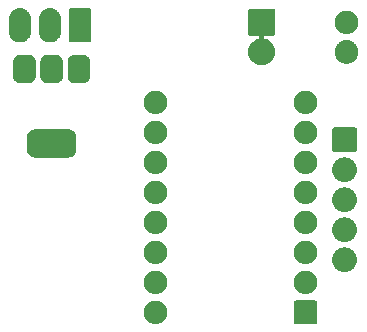
<source format=gbr>
G04 #@! TF.GenerationSoftware,KiCad,Pcbnew,9.0.1*
G04 #@! TF.CreationDate,2025-04-16T16:06:58+02:00*
G04 #@! TF.ProjectId,RulleGardin,52756c6c-6547-4617-9264-696e2e6b6963,rev?*
G04 #@! TF.SameCoordinates,Original*
G04 #@! TF.FileFunction,Soldermask,Bot*
G04 #@! TF.FilePolarity,Negative*
%FSLAX46Y46*%
G04 Gerber Fmt 4.6, Leading zero omitted, Abs format (unit mm)*
G04 Created by KiCad (PCBNEW 9.0.1) date 2025-04-16 16:06:58*
%MOMM*%
%LPD*%
G01*
G04 APERTURE LIST*
G04 APERTURE END LIST*
G36*
X197516043Y-112003191D02*
G01*
X197548727Y-112007494D01*
X197556948Y-112011327D01*
X197576537Y-112015224D01*
X197602480Y-112032559D01*
X197613608Y-112037748D01*
X197620378Y-112044518D01*
X197641421Y-112058579D01*
X197655481Y-112079621D01*
X197662251Y-112086391D01*
X197667438Y-112097516D01*
X197684776Y-112123463D01*
X197688672Y-112143053D01*
X197692505Y-112151272D01*
X197696806Y-112183945D01*
X197700000Y-112200000D01*
X197700000Y-113800000D01*
X197696805Y-113816058D01*
X197692505Y-113848727D01*
X197688673Y-113856944D01*
X197684776Y-113876537D01*
X197667437Y-113902485D01*
X197662251Y-113913608D01*
X197655483Y-113920375D01*
X197641421Y-113941421D01*
X197620375Y-113955483D01*
X197613608Y-113962251D01*
X197602485Y-113967437D01*
X197576537Y-113984776D01*
X197556944Y-113988673D01*
X197548727Y-113992505D01*
X197516056Y-113996806D01*
X197500000Y-114000000D01*
X195900000Y-114000000D01*
X195883943Y-113996806D01*
X195851272Y-113992505D01*
X195843053Y-113988672D01*
X195823463Y-113984776D01*
X195797516Y-113967438D01*
X195786391Y-113962251D01*
X195779621Y-113955481D01*
X195758579Y-113941421D01*
X195744518Y-113920378D01*
X195737748Y-113913608D01*
X195732559Y-113902480D01*
X195715224Y-113876537D01*
X195711327Y-113856948D01*
X195707494Y-113848727D01*
X195703190Y-113816041D01*
X195700000Y-113800000D01*
X195700000Y-112200000D01*
X195703190Y-112183958D01*
X195707494Y-112151272D01*
X195711327Y-112143049D01*
X195715224Y-112123463D01*
X195732557Y-112097521D01*
X195737748Y-112086391D01*
X195744520Y-112079618D01*
X195758579Y-112058579D01*
X195779618Y-112044520D01*
X195786391Y-112037748D01*
X195797521Y-112032557D01*
X195823463Y-112015224D01*
X195843049Y-112011327D01*
X195851272Y-112007494D01*
X195883960Y-112003190D01*
X195900000Y-112000000D01*
X197500000Y-112000000D01*
X197516043Y-112003191D01*
G37*
G36*
X184086934Y-112004815D02*
G01*
X184098017Y-112004815D01*
X184141329Y-112013430D01*
X184233355Y-112028006D01*
X184262956Y-112037623D01*
X184290285Y-112043060D01*
X184328846Y-112059032D01*
X184382532Y-112076476D01*
X184432828Y-112102103D01*
X184471397Y-112118079D01*
X184494567Y-112133560D01*
X184522301Y-112147692D01*
X184597696Y-112202470D01*
X184634393Y-112226990D01*
X184642224Y-112234821D01*
X184649191Y-112239883D01*
X184760116Y-112350808D01*
X184765177Y-112357774D01*
X184773010Y-112365607D01*
X184797532Y-112402308D01*
X184852307Y-112477698D01*
X184866437Y-112505429D01*
X184881921Y-112528603D01*
X184897898Y-112567176D01*
X184923523Y-112617467D01*
X184940964Y-112671145D01*
X184956940Y-112709715D01*
X184962377Y-112737049D01*
X184971993Y-112766644D01*
X184986567Y-112858661D01*
X184995185Y-112901983D01*
X184995185Y-112913066D01*
X184996532Y-112921571D01*
X184996532Y-113078428D01*
X184995185Y-113086932D01*
X184995185Y-113098017D01*
X184986567Y-113141341D01*
X184971993Y-113233355D01*
X184962377Y-113262948D01*
X184956940Y-113290285D01*
X184940962Y-113328858D01*
X184923523Y-113382532D01*
X184897900Y-113432818D01*
X184881921Y-113471397D01*
X184866434Y-113494573D01*
X184852307Y-113522301D01*
X184797541Y-113597679D01*
X184773010Y-113634393D01*
X184765174Y-113642228D01*
X184760116Y-113649191D01*
X184649191Y-113760116D01*
X184642228Y-113765174D01*
X184634393Y-113773010D01*
X184597679Y-113797541D01*
X184522301Y-113852307D01*
X184494573Y-113866434D01*
X184471397Y-113881921D01*
X184432818Y-113897900D01*
X184382532Y-113923523D01*
X184328858Y-113940962D01*
X184290285Y-113956940D01*
X184262948Y-113962377D01*
X184233355Y-113971993D01*
X184141339Y-113986567D01*
X184098017Y-113995185D01*
X184086933Y-113995185D01*
X184078429Y-113996532D01*
X183921571Y-113996532D01*
X183913067Y-113995185D01*
X183901983Y-113995185D01*
X183858661Y-113986567D01*
X183766644Y-113971993D01*
X183737049Y-113962377D01*
X183709715Y-113956940D01*
X183671145Y-113940964D01*
X183617467Y-113923523D01*
X183567176Y-113897898D01*
X183528603Y-113881921D01*
X183505429Y-113866437D01*
X183477698Y-113852307D01*
X183402308Y-113797532D01*
X183365607Y-113773010D01*
X183357774Y-113765177D01*
X183350808Y-113760116D01*
X183239883Y-113649191D01*
X183234821Y-113642224D01*
X183226990Y-113634393D01*
X183202470Y-113597696D01*
X183147692Y-113522301D01*
X183133560Y-113494567D01*
X183118079Y-113471397D01*
X183102103Y-113432828D01*
X183076476Y-113382532D01*
X183059032Y-113328846D01*
X183043060Y-113290285D01*
X183037623Y-113262956D01*
X183028006Y-113233355D01*
X183013430Y-113141331D01*
X183004815Y-113098017D01*
X183004815Y-113086932D01*
X183003468Y-113078428D01*
X183003468Y-112921571D01*
X183004815Y-112913066D01*
X183004815Y-112901983D01*
X183013430Y-112858671D01*
X183028006Y-112766644D01*
X183037624Y-112737041D01*
X183043060Y-112709715D01*
X183059031Y-112671156D01*
X183076476Y-112617467D01*
X183102105Y-112567165D01*
X183118079Y-112528603D01*
X183133558Y-112505436D01*
X183147692Y-112477698D01*
X183202478Y-112402290D01*
X183226990Y-112365607D01*
X183234818Y-112357778D01*
X183239883Y-112350808D01*
X183350808Y-112239883D01*
X183357778Y-112234818D01*
X183365607Y-112226990D01*
X183402290Y-112202478D01*
X183477698Y-112147692D01*
X183505436Y-112133558D01*
X183528603Y-112118079D01*
X183567165Y-112102105D01*
X183617467Y-112076476D01*
X183671156Y-112059031D01*
X183709715Y-112043060D01*
X183737041Y-112037624D01*
X183766644Y-112028006D01*
X183858671Y-112013430D01*
X183901983Y-112004815D01*
X183913066Y-112004815D01*
X183921571Y-112003468D01*
X184078429Y-112003468D01*
X184086934Y-112004815D01*
G37*
G36*
X184086934Y-109464815D02*
G01*
X184098017Y-109464815D01*
X184141329Y-109473430D01*
X184233355Y-109488006D01*
X184262956Y-109497623D01*
X184290285Y-109503060D01*
X184328846Y-109519032D01*
X184382532Y-109536476D01*
X184432828Y-109562103D01*
X184471397Y-109578079D01*
X184494567Y-109593560D01*
X184522301Y-109607692D01*
X184597696Y-109662470D01*
X184634393Y-109686990D01*
X184642224Y-109694821D01*
X184649191Y-109699883D01*
X184760116Y-109810808D01*
X184765177Y-109817774D01*
X184773010Y-109825607D01*
X184797532Y-109862308D01*
X184852307Y-109937698D01*
X184866437Y-109965429D01*
X184881921Y-109988603D01*
X184897898Y-110027176D01*
X184923523Y-110077467D01*
X184940964Y-110131145D01*
X184956940Y-110169715D01*
X184962377Y-110197049D01*
X184971993Y-110226644D01*
X184986567Y-110318661D01*
X184995185Y-110361983D01*
X184995185Y-110373066D01*
X184996532Y-110381571D01*
X184996532Y-110538428D01*
X184995185Y-110546932D01*
X184995185Y-110558017D01*
X184986567Y-110601341D01*
X184971993Y-110693355D01*
X184962377Y-110722948D01*
X184956940Y-110750285D01*
X184940962Y-110788858D01*
X184923523Y-110842532D01*
X184897900Y-110892818D01*
X184881921Y-110931397D01*
X184866434Y-110954573D01*
X184852307Y-110982301D01*
X184797541Y-111057679D01*
X184773010Y-111094393D01*
X184765174Y-111102228D01*
X184760116Y-111109191D01*
X184649191Y-111220116D01*
X184642228Y-111225174D01*
X184634393Y-111233010D01*
X184597679Y-111257541D01*
X184522301Y-111312307D01*
X184494573Y-111326434D01*
X184471397Y-111341921D01*
X184432818Y-111357900D01*
X184382532Y-111383523D01*
X184328858Y-111400962D01*
X184290285Y-111416940D01*
X184262948Y-111422377D01*
X184233355Y-111431993D01*
X184141339Y-111446567D01*
X184098017Y-111455185D01*
X184086933Y-111455185D01*
X184078429Y-111456532D01*
X183921571Y-111456532D01*
X183913067Y-111455185D01*
X183901983Y-111455185D01*
X183858661Y-111446567D01*
X183766644Y-111431993D01*
X183737049Y-111422377D01*
X183709715Y-111416940D01*
X183671145Y-111400964D01*
X183617467Y-111383523D01*
X183567176Y-111357898D01*
X183528603Y-111341921D01*
X183505429Y-111326437D01*
X183477698Y-111312307D01*
X183402308Y-111257532D01*
X183365607Y-111233010D01*
X183357774Y-111225177D01*
X183350808Y-111220116D01*
X183239883Y-111109191D01*
X183234821Y-111102224D01*
X183226990Y-111094393D01*
X183202470Y-111057696D01*
X183147692Y-110982301D01*
X183133560Y-110954567D01*
X183118079Y-110931397D01*
X183102103Y-110892828D01*
X183076476Y-110842532D01*
X183059032Y-110788846D01*
X183043060Y-110750285D01*
X183037623Y-110722956D01*
X183028006Y-110693355D01*
X183013430Y-110601331D01*
X183004815Y-110558017D01*
X183004815Y-110546932D01*
X183003468Y-110538428D01*
X183003468Y-110381571D01*
X183004815Y-110373066D01*
X183004815Y-110361983D01*
X183013430Y-110318671D01*
X183028006Y-110226644D01*
X183037624Y-110197041D01*
X183043060Y-110169715D01*
X183059031Y-110131156D01*
X183076476Y-110077467D01*
X183102105Y-110027165D01*
X183118079Y-109988603D01*
X183133558Y-109965436D01*
X183147692Y-109937698D01*
X183202478Y-109862290D01*
X183226990Y-109825607D01*
X183234818Y-109817778D01*
X183239883Y-109810808D01*
X183350808Y-109699883D01*
X183357778Y-109694818D01*
X183365607Y-109686990D01*
X183402290Y-109662478D01*
X183477698Y-109607692D01*
X183505436Y-109593558D01*
X183528603Y-109578079D01*
X183567165Y-109562105D01*
X183617467Y-109536476D01*
X183671156Y-109519031D01*
X183709715Y-109503060D01*
X183737041Y-109497624D01*
X183766644Y-109488006D01*
X183858671Y-109473430D01*
X183901983Y-109464815D01*
X183913066Y-109464815D01*
X183921571Y-109463468D01*
X184078429Y-109463468D01*
X184086934Y-109464815D01*
G37*
G36*
X196786934Y-109464815D02*
G01*
X196798017Y-109464815D01*
X196841329Y-109473430D01*
X196933355Y-109488006D01*
X196962956Y-109497623D01*
X196990285Y-109503060D01*
X197028846Y-109519032D01*
X197082532Y-109536476D01*
X197132828Y-109562103D01*
X197171397Y-109578079D01*
X197194567Y-109593560D01*
X197222301Y-109607692D01*
X197297696Y-109662470D01*
X197334393Y-109686990D01*
X197342224Y-109694821D01*
X197349191Y-109699883D01*
X197460116Y-109810808D01*
X197465177Y-109817774D01*
X197473010Y-109825607D01*
X197497532Y-109862308D01*
X197552307Y-109937698D01*
X197566437Y-109965429D01*
X197581921Y-109988603D01*
X197597898Y-110027176D01*
X197623523Y-110077467D01*
X197640964Y-110131145D01*
X197656940Y-110169715D01*
X197662377Y-110197049D01*
X197671993Y-110226644D01*
X197686567Y-110318661D01*
X197695185Y-110361983D01*
X197695185Y-110373066D01*
X197696532Y-110381571D01*
X197696532Y-110538428D01*
X197695185Y-110546932D01*
X197695185Y-110558017D01*
X197686567Y-110601341D01*
X197671993Y-110693355D01*
X197662377Y-110722948D01*
X197656940Y-110750285D01*
X197640962Y-110788858D01*
X197623523Y-110842532D01*
X197597900Y-110892818D01*
X197581921Y-110931397D01*
X197566434Y-110954573D01*
X197552307Y-110982301D01*
X197497541Y-111057679D01*
X197473010Y-111094393D01*
X197465174Y-111102228D01*
X197460116Y-111109191D01*
X197349191Y-111220116D01*
X197342228Y-111225174D01*
X197334393Y-111233010D01*
X197297679Y-111257541D01*
X197222301Y-111312307D01*
X197194573Y-111326434D01*
X197171397Y-111341921D01*
X197132818Y-111357900D01*
X197082532Y-111383523D01*
X197028858Y-111400962D01*
X196990285Y-111416940D01*
X196962948Y-111422377D01*
X196933355Y-111431993D01*
X196841339Y-111446567D01*
X196798017Y-111455185D01*
X196786933Y-111455185D01*
X196778429Y-111456532D01*
X196621571Y-111456532D01*
X196613067Y-111455185D01*
X196601983Y-111455185D01*
X196558661Y-111446567D01*
X196466644Y-111431993D01*
X196437049Y-111422377D01*
X196409715Y-111416940D01*
X196371145Y-111400964D01*
X196317467Y-111383523D01*
X196267176Y-111357898D01*
X196228603Y-111341921D01*
X196205429Y-111326437D01*
X196177698Y-111312307D01*
X196102308Y-111257532D01*
X196065607Y-111233010D01*
X196057774Y-111225177D01*
X196050808Y-111220116D01*
X195939883Y-111109191D01*
X195934821Y-111102224D01*
X195926990Y-111094393D01*
X195902470Y-111057696D01*
X195847692Y-110982301D01*
X195833560Y-110954567D01*
X195818079Y-110931397D01*
X195802103Y-110892828D01*
X195776476Y-110842532D01*
X195759032Y-110788846D01*
X195743060Y-110750285D01*
X195737623Y-110722956D01*
X195728006Y-110693355D01*
X195713430Y-110601331D01*
X195704815Y-110558017D01*
X195704815Y-110546932D01*
X195703468Y-110538428D01*
X195703468Y-110381571D01*
X195704815Y-110373066D01*
X195704815Y-110361983D01*
X195713430Y-110318671D01*
X195728006Y-110226644D01*
X195737624Y-110197041D01*
X195743060Y-110169715D01*
X195759031Y-110131156D01*
X195776476Y-110077467D01*
X195802105Y-110027165D01*
X195818079Y-109988603D01*
X195833558Y-109965436D01*
X195847692Y-109937698D01*
X195902478Y-109862290D01*
X195926990Y-109825607D01*
X195934818Y-109817778D01*
X195939883Y-109810808D01*
X196050808Y-109699883D01*
X196057778Y-109694818D01*
X196065607Y-109686990D01*
X196102290Y-109662478D01*
X196177698Y-109607692D01*
X196205436Y-109593558D01*
X196228603Y-109578079D01*
X196267165Y-109562105D01*
X196317467Y-109536476D01*
X196371156Y-109519031D01*
X196409715Y-109503060D01*
X196437041Y-109497624D01*
X196466644Y-109488006D01*
X196558671Y-109473430D01*
X196601983Y-109464815D01*
X196613066Y-109464815D01*
X196621571Y-109463468D01*
X196778429Y-109463468D01*
X196786934Y-109464815D01*
G37*
G36*
X200091406Y-107495056D02*
G01*
X200102918Y-107495056D01*
X200147903Y-107504004D01*
X200245027Y-107519387D01*
X200276268Y-107529537D01*
X200304799Y-107535213D01*
X200345057Y-107551888D01*
X200401667Y-107570282D01*
X200454700Y-107597304D01*
X200494967Y-107613983D01*
X200519159Y-107630147D01*
X200548426Y-107645060D01*
X200627980Y-107702859D01*
X200666113Y-107728339D01*
X200674251Y-107736477D01*
X200681664Y-107741863D01*
X200798136Y-107858335D01*
X200803521Y-107865747D01*
X200811661Y-107873887D01*
X200837143Y-107912023D01*
X200894939Y-107991573D01*
X200909850Y-108020837D01*
X200926017Y-108045033D01*
X200942698Y-108085304D01*
X200969717Y-108138332D01*
X200988108Y-108194934D01*
X201004787Y-108235201D01*
X201010463Y-108263736D01*
X201020612Y-108294972D01*
X201035994Y-108392087D01*
X201044944Y-108437082D01*
X201044944Y-108448594D01*
X201046378Y-108457648D01*
X201046378Y-108622351D01*
X201044944Y-108631404D01*
X201044944Y-108642918D01*
X201035993Y-108687915D01*
X201020612Y-108785027D01*
X201010463Y-108816260D01*
X201004787Y-108844799D01*
X200988106Y-108885069D01*
X200969717Y-108941667D01*
X200942700Y-108994689D01*
X200926017Y-109034967D01*
X200909848Y-109059165D01*
X200894939Y-109088426D01*
X200837151Y-109167963D01*
X200811661Y-109206113D01*
X200803518Y-109214255D01*
X200798136Y-109221664D01*
X200681664Y-109338136D01*
X200674255Y-109343518D01*
X200666113Y-109351661D01*
X200627963Y-109377151D01*
X200548426Y-109434939D01*
X200519165Y-109449848D01*
X200494967Y-109466017D01*
X200454689Y-109482700D01*
X200401667Y-109509717D01*
X200345069Y-109528106D01*
X200304799Y-109544787D01*
X200276260Y-109550463D01*
X200245027Y-109560612D01*
X200147913Y-109575993D01*
X200102918Y-109584944D01*
X200091406Y-109584944D01*
X200082352Y-109586378D01*
X199917648Y-109586378D01*
X199908594Y-109584944D01*
X199897082Y-109584944D01*
X199852087Y-109575994D01*
X199754972Y-109560612D01*
X199723736Y-109550463D01*
X199695201Y-109544787D01*
X199654934Y-109528108D01*
X199598332Y-109509717D01*
X199545304Y-109482698D01*
X199505033Y-109466017D01*
X199480837Y-109449850D01*
X199451573Y-109434939D01*
X199372023Y-109377143D01*
X199333887Y-109351661D01*
X199325747Y-109343521D01*
X199318335Y-109338136D01*
X199201863Y-109221664D01*
X199196477Y-109214251D01*
X199188339Y-109206113D01*
X199162859Y-109167980D01*
X199105060Y-109088426D01*
X199090147Y-109059159D01*
X199073983Y-109034967D01*
X199057304Y-108994700D01*
X199030282Y-108941667D01*
X199011888Y-108885057D01*
X198995213Y-108844799D01*
X198989537Y-108816268D01*
X198979387Y-108785027D01*
X198964004Y-108687905D01*
X198955056Y-108642918D01*
X198955056Y-108631405D01*
X198953622Y-108622351D01*
X198953622Y-108457648D01*
X198955056Y-108448593D01*
X198955056Y-108437082D01*
X198964003Y-108392097D01*
X198979387Y-108294972D01*
X198989538Y-108263729D01*
X198995213Y-108235201D01*
X199011887Y-108194945D01*
X199030282Y-108138332D01*
X199057306Y-108085294D01*
X199073983Y-108045033D01*
X199090145Y-108020843D01*
X199105060Y-107991573D01*
X199162868Y-107912006D01*
X199188339Y-107873887D01*
X199196474Y-107865751D01*
X199201863Y-107858335D01*
X199318335Y-107741863D01*
X199325751Y-107736474D01*
X199333887Y-107728339D01*
X199372006Y-107702868D01*
X199451573Y-107645060D01*
X199480843Y-107630145D01*
X199505033Y-107613983D01*
X199545294Y-107597306D01*
X199598332Y-107570282D01*
X199654945Y-107551887D01*
X199695201Y-107535213D01*
X199723729Y-107529538D01*
X199754972Y-107519387D01*
X199852097Y-107504003D01*
X199897082Y-107495056D01*
X199908594Y-107495056D01*
X199917648Y-107493622D01*
X200082352Y-107493622D01*
X200091406Y-107495056D01*
G37*
G36*
X184086934Y-106924815D02*
G01*
X184098017Y-106924815D01*
X184141329Y-106933430D01*
X184233355Y-106948006D01*
X184262956Y-106957623D01*
X184290285Y-106963060D01*
X184328846Y-106979032D01*
X184382532Y-106996476D01*
X184432828Y-107022103D01*
X184471397Y-107038079D01*
X184494567Y-107053560D01*
X184522301Y-107067692D01*
X184597696Y-107122470D01*
X184634393Y-107146990D01*
X184642224Y-107154821D01*
X184649191Y-107159883D01*
X184760116Y-107270808D01*
X184765177Y-107277774D01*
X184773010Y-107285607D01*
X184797532Y-107322308D01*
X184852307Y-107397698D01*
X184866437Y-107425429D01*
X184881921Y-107448603D01*
X184897898Y-107487176D01*
X184923523Y-107537467D01*
X184940964Y-107591145D01*
X184956940Y-107629715D01*
X184962377Y-107657049D01*
X184971993Y-107686644D01*
X184986567Y-107778661D01*
X184995185Y-107821983D01*
X184995185Y-107833066D01*
X184996532Y-107841571D01*
X184996532Y-107998428D01*
X184995185Y-108006932D01*
X184995185Y-108018017D01*
X184986567Y-108061341D01*
X184971993Y-108153355D01*
X184962377Y-108182948D01*
X184956940Y-108210285D01*
X184940962Y-108248858D01*
X184923523Y-108302532D01*
X184897900Y-108352818D01*
X184881921Y-108391397D01*
X184866434Y-108414573D01*
X184852307Y-108442301D01*
X184797541Y-108517679D01*
X184773010Y-108554393D01*
X184765174Y-108562228D01*
X184760116Y-108569191D01*
X184649191Y-108680116D01*
X184642228Y-108685174D01*
X184634393Y-108693010D01*
X184597679Y-108717541D01*
X184522301Y-108772307D01*
X184494573Y-108786434D01*
X184471397Y-108801921D01*
X184432818Y-108817900D01*
X184382532Y-108843523D01*
X184328858Y-108860962D01*
X184290285Y-108876940D01*
X184262948Y-108882377D01*
X184233355Y-108891993D01*
X184141339Y-108906567D01*
X184098017Y-108915185D01*
X184086933Y-108915185D01*
X184078429Y-108916532D01*
X183921571Y-108916532D01*
X183913067Y-108915185D01*
X183901983Y-108915185D01*
X183858661Y-108906567D01*
X183766644Y-108891993D01*
X183737049Y-108882377D01*
X183709715Y-108876940D01*
X183671145Y-108860964D01*
X183617467Y-108843523D01*
X183567176Y-108817898D01*
X183528603Y-108801921D01*
X183505429Y-108786437D01*
X183477698Y-108772307D01*
X183402308Y-108717532D01*
X183365607Y-108693010D01*
X183357774Y-108685177D01*
X183350808Y-108680116D01*
X183239883Y-108569191D01*
X183234821Y-108562224D01*
X183226990Y-108554393D01*
X183202470Y-108517696D01*
X183147692Y-108442301D01*
X183133560Y-108414567D01*
X183118079Y-108391397D01*
X183102103Y-108352828D01*
X183076476Y-108302532D01*
X183059032Y-108248846D01*
X183043060Y-108210285D01*
X183037623Y-108182956D01*
X183028006Y-108153355D01*
X183013430Y-108061331D01*
X183004815Y-108018017D01*
X183004815Y-108006932D01*
X183003468Y-107998428D01*
X183003468Y-107841571D01*
X183004815Y-107833066D01*
X183004815Y-107821983D01*
X183013430Y-107778671D01*
X183028006Y-107686644D01*
X183037624Y-107657041D01*
X183043060Y-107629715D01*
X183059031Y-107591156D01*
X183076476Y-107537467D01*
X183102105Y-107487165D01*
X183118079Y-107448603D01*
X183133558Y-107425436D01*
X183147692Y-107397698D01*
X183202478Y-107322290D01*
X183226990Y-107285607D01*
X183234818Y-107277778D01*
X183239883Y-107270808D01*
X183350808Y-107159883D01*
X183357778Y-107154818D01*
X183365607Y-107146990D01*
X183402290Y-107122478D01*
X183477698Y-107067692D01*
X183505436Y-107053558D01*
X183528603Y-107038079D01*
X183567165Y-107022105D01*
X183617467Y-106996476D01*
X183671156Y-106979031D01*
X183709715Y-106963060D01*
X183737041Y-106957624D01*
X183766644Y-106948006D01*
X183858671Y-106933430D01*
X183901983Y-106924815D01*
X183913066Y-106924815D01*
X183921571Y-106923468D01*
X184078429Y-106923468D01*
X184086934Y-106924815D01*
G37*
G36*
X196786934Y-106924815D02*
G01*
X196798017Y-106924815D01*
X196841329Y-106933430D01*
X196933355Y-106948006D01*
X196962956Y-106957623D01*
X196990285Y-106963060D01*
X197028846Y-106979032D01*
X197082532Y-106996476D01*
X197132828Y-107022103D01*
X197171397Y-107038079D01*
X197194567Y-107053560D01*
X197222301Y-107067692D01*
X197297696Y-107122470D01*
X197334393Y-107146990D01*
X197342224Y-107154821D01*
X197349191Y-107159883D01*
X197460116Y-107270808D01*
X197465177Y-107277774D01*
X197473010Y-107285607D01*
X197497532Y-107322308D01*
X197552307Y-107397698D01*
X197566437Y-107425429D01*
X197581921Y-107448603D01*
X197597898Y-107487176D01*
X197623523Y-107537467D01*
X197640964Y-107591145D01*
X197656940Y-107629715D01*
X197662377Y-107657049D01*
X197671993Y-107686644D01*
X197686567Y-107778661D01*
X197695185Y-107821983D01*
X197695185Y-107833066D01*
X197696532Y-107841571D01*
X197696532Y-107998428D01*
X197695185Y-108006932D01*
X197695185Y-108018017D01*
X197686567Y-108061341D01*
X197671993Y-108153355D01*
X197662377Y-108182948D01*
X197656940Y-108210285D01*
X197640962Y-108248858D01*
X197623523Y-108302532D01*
X197597900Y-108352818D01*
X197581921Y-108391397D01*
X197566434Y-108414573D01*
X197552307Y-108442301D01*
X197497541Y-108517679D01*
X197473010Y-108554393D01*
X197465174Y-108562228D01*
X197460116Y-108569191D01*
X197349191Y-108680116D01*
X197342228Y-108685174D01*
X197334393Y-108693010D01*
X197297679Y-108717541D01*
X197222301Y-108772307D01*
X197194573Y-108786434D01*
X197171397Y-108801921D01*
X197132818Y-108817900D01*
X197082532Y-108843523D01*
X197028858Y-108860962D01*
X196990285Y-108876940D01*
X196962948Y-108882377D01*
X196933355Y-108891993D01*
X196841339Y-108906567D01*
X196798017Y-108915185D01*
X196786933Y-108915185D01*
X196778429Y-108916532D01*
X196621571Y-108916532D01*
X196613067Y-108915185D01*
X196601983Y-108915185D01*
X196558661Y-108906567D01*
X196466644Y-108891993D01*
X196437049Y-108882377D01*
X196409715Y-108876940D01*
X196371145Y-108860964D01*
X196317467Y-108843523D01*
X196267176Y-108817898D01*
X196228603Y-108801921D01*
X196205429Y-108786437D01*
X196177698Y-108772307D01*
X196102308Y-108717532D01*
X196065607Y-108693010D01*
X196057774Y-108685177D01*
X196050808Y-108680116D01*
X195939883Y-108569191D01*
X195934821Y-108562224D01*
X195926990Y-108554393D01*
X195902470Y-108517696D01*
X195847692Y-108442301D01*
X195833560Y-108414567D01*
X195818079Y-108391397D01*
X195802103Y-108352828D01*
X195776476Y-108302532D01*
X195759032Y-108248846D01*
X195743060Y-108210285D01*
X195737623Y-108182956D01*
X195728006Y-108153355D01*
X195713430Y-108061331D01*
X195704815Y-108018017D01*
X195704815Y-108006932D01*
X195703468Y-107998428D01*
X195703468Y-107841571D01*
X195704815Y-107833066D01*
X195704815Y-107821983D01*
X195713430Y-107778671D01*
X195728006Y-107686644D01*
X195737624Y-107657041D01*
X195743060Y-107629715D01*
X195759031Y-107591156D01*
X195776476Y-107537467D01*
X195802105Y-107487165D01*
X195818079Y-107448603D01*
X195833558Y-107425436D01*
X195847692Y-107397698D01*
X195902478Y-107322290D01*
X195926990Y-107285607D01*
X195934818Y-107277778D01*
X195939883Y-107270808D01*
X196050808Y-107159883D01*
X196057778Y-107154818D01*
X196065607Y-107146990D01*
X196102290Y-107122478D01*
X196177698Y-107067692D01*
X196205436Y-107053558D01*
X196228603Y-107038079D01*
X196267165Y-107022105D01*
X196317467Y-106996476D01*
X196371156Y-106979031D01*
X196409715Y-106963060D01*
X196437041Y-106957624D01*
X196466644Y-106948006D01*
X196558671Y-106933430D01*
X196601983Y-106924815D01*
X196613066Y-106924815D01*
X196621571Y-106923468D01*
X196778429Y-106923468D01*
X196786934Y-106924815D01*
G37*
G36*
X200091406Y-104955056D02*
G01*
X200102918Y-104955056D01*
X200147903Y-104964004D01*
X200245027Y-104979387D01*
X200276268Y-104989537D01*
X200304799Y-104995213D01*
X200345057Y-105011888D01*
X200401667Y-105030282D01*
X200454700Y-105057304D01*
X200494967Y-105073983D01*
X200519159Y-105090147D01*
X200548426Y-105105060D01*
X200627980Y-105162859D01*
X200666113Y-105188339D01*
X200674251Y-105196477D01*
X200681664Y-105201863D01*
X200798136Y-105318335D01*
X200803521Y-105325747D01*
X200811661Y-105333887D01*
X200837143Y-105372023D01*
X200894939Y-105451573D01*
X200909850Y-105480837D01*
X200926017Y-105505033D01*
X200942698Y-105545304D01*
X200969717Y-105598332D01*
X200988108Y-105654934D01*
X201004787Y-105695201D01*
X201010463Y-105723736D01*
X201020612Y-105754972D01*
X201035994Y-105852087D01*
X201044944Y-105897082D01*
X201044944Y-105908594D01*
X201046378Y-105917648D01*
X201046378Y-106082351D01*
X201044944Y-106091404D01*
X201044944Y-106102918D01*
X201035993Y-106147915D01*
X201020612Y-106245027D01*
X201010463Y-106276260D01*
X201004787Y-106304799D01*
X200988106Y-106345069D01*
X200969717Y-106401667D01*
X200942700Y-106454689D01*
X200926017Y-106494967D01*
X200909848Y-106519165D01*
X200894939Y-106548426D01*
X200837151Y-106627963D01*
X200811661Y-106666113D01*
X200803518Y-106674255D01*
X200798136Y-106681664D01*
X200681664Y-106798136D01*
X200674255Y-106803518D01*
X200666113Y-106811661D01*
X200627963Y-106837151D01*
X200548426Y-106894939D01*
X200519165Y-106909848D01*
X200494967Y-106926017D01*
X200454689Y-106942700D01*
X200401667Y-106969717D01*
X200345069Y-106988106D01*
X200304799Y-107004787D01*
X200276260Y-107010463D01*
X200245027Y-107020612D01*
X200147913Y-107035993D01*
X200102918Y-107044944D01*
X200091406Y-107044944D01*
X200082352Y-107046378D01*
X199917648Y-107046378D01*
X199908594Y-107044944D01*
X199897082Y-107044944D01*
X199852087Y-107035994D01*
X199754972Y-107020612D01*
X199723736Y-107010463D01*
X199695201Y-107004787D01*
X199654934Y-106988108D01*
X199598332Y-106969717D01*
X199545304Y-106942698D01*
X199505033Y-106926017D01*
X199480837Y-106909850D01*
X199451573Y-106894939D01*
X199372023Y-106837143D01*
X199333887Y-106811661D01*
X199325747Y-106803521D01*
X199318335Y-106798136D01*
X199201863Y-106681664D01*
X199196477Y-106674251D01*
X199188339Y-106666113D01*
X199162859Y-106627980D01*
X199105060Y-106548426D01*
X199090147Y-106519159D01*
X199073983Y-106494967D01*
X199057304Y-106454700D01*
X199030282Y-106401667D01*
X199011888Y-106345057D01*
X198995213Y-106304799D01*
X198989537Y-106276268D01*
X198979387Y-106245027D01*
X198964004Y-106147905D01*
X198955056Y-106102918D01*
X198955056Y-106091405D01*
X198953622Y-106082351D01*
X198953622Y-105917648D01*
X198955056Y-105908593D01*
X198955056Y-105897082D01*
X198964003Y-105852097D01*
X198979387Y-105754972D01*
X198989538Y-105723729D01*
X198995213Y-105695201D01*
X199011887Y-105654945D01*
X199030282Y-105598332D01*
X199057306Y-105545294D01*
X199073983Y-105505033D01*
X199090145Y-105480843D01*
X199105060Y-105451573D01*
X199162868Y-105372006D01*
X199188339Y-105333887D01*
X199196474Y-105325751D01*
X199201863Y-105318335D01*
X199318335Y-105201863D01*
X199325751Y-105196474D01*
X199333887Y-105188339D01*
X199372006Y-105162868D01*
X199451573Y-105105060D01*
X199480843Y-105090145D01*
X199505033Y-105073983D01*
X199545294Y-105057306D01*
X199598332Y-105030282D01*
X199654945Y-105011887D01*
X199695201Y-104995213D01*
X199723729Y-104989538D01*
X199754972Y-104979387D01*
X199852097Y-104964003D01*
X199897082Y-104955056D01*
X199908594Y-104955056D01*
X199917648Y-104953622D01*
X200082352Y-104953622D01*
X200091406Y-104955056D01*
G37*
G36*
X184086934Y-104384815D02*
G01*
X184098017Y-104384815D01*
X184141329Y-104393430D01*
X184233355Y-104408006D01*
X184262956Y-104417623D01*
X184290285Y-104423060D01*
X184328846Y-104439032D01*
X184382532Y-104456476D01*
X184432828Y-104482103D01*
X184471397Y-104498079D01*
X184494567Y-104513560D01*
X184522301Y-104527692D01*
X184597696Y-104582470D01*
X184634393Y-104606990D01*
X184642224Y-104614821D01*
X184649191Y-104619883D01*
X184760116Y-104730808D01*
X184765177Y-104737774D01*
X184773010Y-104745607D01*
X184797532Y-104782308D01*
X184852307Y-104857698D01*
X184866437Y-104885429D01*
X184881921Y-104908603D01*
X184897898Y-104947176D01*
X184923523Y-104997467D01*
X184940964Y-105051145D01*
X184956940Y-105089715D01*
X184962377Y-105117049D01*
X184971993Y-105146644D01*
X184986567Y-105238661D01*
X184995185Y-105281983D01*
X184995185Y-105293066D01*
X184996532Y-105301571D01*
X184996532Y-105458428D01*
X184995185Y-105466932D01*
X184995185Y-105478017D01*
X184986567Y-105521341D01*
X184971993Y-105613355D01*
X184962377Y-105642948D01*
X184956940Y-105670285D01*
X184940962Y-105708858D01*
X184923523Y-105762532D01*
X184897900Y-105812818D01*
X184881921Y-105851397D01*
X184866434Y-105874573D01*
X184852307Y-105902301D01*
X184797541Y-105977679D01*
X184773010Y-106014393D01*
X184765174Y-106022228D01*
X184760116Y-106029191D01*
X184649191Y-106140116D01*
X184642228Y-106145174D01*
X184634393Y-106153010D01*
X184597679Y-106177541D01*
X184522301Y-106232307D01*
X184494573Y-106246434D01*
X184471397Y-106261921D01*
X184432818Y-106277900D01*
X184382532Y-106303523D01*
X184328858Y-106320962D01*
X184290285Y-106336940D01*
X184262948Y-106342377D01*
X184233355Y-106351993D01*
X184141339Y-106366567D01*
X184098017Y-106375185D01*
X184086933Y-106375185D01*
X184078429Y-106376532D01*
X183921571Y-106376532D01*
X183913067Y-106375185D01*
X183901983Y-106375185D01*
X183858661Y-106366567D01*
X183766644Y-106351993D01*
X183737049Y-106342377D01*
X183709715Y-106336940D01*
X183671145Y-106320964D01*
X183617467Y-106303523D01*
X183567176Y-106277898D01*
X183528603Y-106261921D01*
X183505429Y-106246437D01*
X183477698Y-106232307D01*
X183402308Y-106177532D01*
X183365607Y-106153010D01*
X183357774Y-106145177D01*
X183350808Y-106140116D01*
X183239883Y-106029191D01*
X183234821Y-106022224D01*
X183226990Y-106014393D01*
X183202470Y-105977696D01*
X183147692Y-105902301D01*
X183133560Y-105874567D01*
X183118079Y-105851397D01*
X183102103Y-105812828D01*
X183076476Y-105762532D01*
X183059032Y-105708846D01*
X183043060Y-105670285D01*
X183037623Y-105642956D01*
X183028006Y-105613355D01*
X183013430Y-105521331D01*
X183004815Y-105478017D01*
X183004815Y-105466932D01*
X183003468Y-105458428D01*
X183003468Y-105301571D01*
X183004815Y-105293066D01*
X183004815Y-105281983D01*
X183013430Y-105238671D01*
X183028006Y-105146644D01*
X183037624Y-105117041D01*
X183043060Y-105089715D01*
X183059031Y-105051156D01*
X183076476Y-104997467D01*
X183102105Y-104947165D01*
X183118079Y-104908603D01*
X183133558Y-104885436D01*
X183147692Y-104857698D01*
X183202478Y-104782290D01*
X183226990Y-104745607D01*
X183234818Y-104737778D01*
X183239883Y-104730808D01*
X183350808Y-104619883D01*
X183357778Y-104614818D01*
X183365607Y-104606990D01*
X183402290Y-104582478D01*
X183477698Y-104527692D01*
X183505436Y-104513558D01*
X183528603Y-104498079D01*
X183567165Y-104482105D01*
X183617467Y-104456476D01*
X183671156Y-104439031D01*
X183709715Y-104423060D01*
X183737041Y-104417624D01*
X183766644Y-104408006D01*
X183858671Y-104393430D01*
X183901983Y-104384815D01*
X183913066Y-104384815D01*
X183921571Y-104383468D01*
X184078429Y-104383468D01*
X184086934Y-104384815D01*
G37*
G36*
X196786934Y-104384815D02*
G01*
X196798017Y-104384815D01*
X196841329Y-104393430D01*
X196933355Y-104408006D01*
X196962956Y-104417623D01*
X196990285Y-104423060D01*
X197028846Y-104439032D01*
X197082532Y-104456476D01*
X197132828Y-104482103D01*
X197171397Y-104498079D01*
X197194567Y-104513560D01*
X197222301Y-104527692D01*
X197297696Y-104582470D01*
X197334393Y-104606990D01*
X197342224Y-104614821D01*
X197349191Y-104619883D01*
X197460116Y-104730808D01*
X197465177Y-104737774D01*
X197473010Y-104745607D01*
X197497532Y-104782308D01*
X197552307Y-104857698D01*
X197566437Y-104885429D01*
X197581921Y-104908603D01*
X197597898Y-104947176D01*
X197623523Y-104997467D01*
X197640964Y-105051145D01*
X197656940Y-105089715D01*
X197662377Y-105117049D01*
X197671993Y-105146644D01*
X197686567Y-105238661D01*
X197695185Y-105281983D01*
X197695185Y-105293066D01*
X197696532Y-105301571D01*
X197696532Y-105458428D01*
X197695185Y-105466932D01*
X197695185Y-105478017D01*
X197686567Y-105521341D01*
X197671993Y-105613355D01*
X197662377Y-105642948D01*
X197656940Y-105670285D01*
X197640962Y-105708858D01*
X197623523Y-105762532D01*
X197597900Y-105812818D01*
X197581921Y-105851397D01*
X197566434Y-105874573D01*
X197552307Y-105902301D01*
X197497541Y-105977679D01*
X197473010Y-106014393D01*
X197465174Y-106022228D01*
X197460116Y-106029191D01*
X197349191Y-106140116D01*
X197342228Y-106145174D01*
X197334393Y-106153010D01*
X197297679Y-106177541D01*
X197222301Y-106232307D01*
X197194573Y-106246434D01*
X197171397Y-106261921D01*
X197132818Y-106277900D01*
X197082532Y-106303523D01*
X197028858Y-106320962D01*
X196990285Y-106336940D01*
X196962948Y-106342377D01*
X196933355Y-106351993D01*
X196841339Y-106366567D01*
X196798017Y-106375185D01*
X196786933Y-106375185D01*
X196778429Y-106376532D01*
X196621571Y-106376532D01*
X196613067Y-106375185D01*
X196601983Y-106375185D01*
X196558661Y-106366567D01*
X196466644Y-106351993D01*
X196437049Y-106342377D01*
X196409715Y-106336940D01*
X196371145Y-106320964D01*
X196317467Y-106303523D01*
X196267176Y-106277898D01*
X196228603Y-106261921D01*
X196205429Y-106246437D01*
X196177698Y-106232307D01*
X196102308Y-106177532D01*
X196065607Y-106153010D01*
X196057774Y-106145177D01*
X196050808Y-106140116D01*
X195939883Y-106029191D01*
X195934821Y-106022224D01*
X195926990Y-106014393D01*
X195902470Y-105977696D01*
X195847692Y-105902301D01*
X195833560Y-105874567D01*
X195818079Y-105851397D01*
X195802103Y-105812828D01*
X195776476Y-105762532D01*
X195759032Y-105708846D01*
X195743060Y-105670285D01*
X195737623Y-105642956D01*
X195728006Y-105613355D01*
X195713430Y-105521331D01*
X195704815Y-105478017D01*
X195704815Y-105466932D01*
X195703468Y-105458428D01*
X195703468Y-105301571D01*
X195704815Y-105293066D01*
X195704815Y-105281983D01*
X195713430Y-105238671D01*
X195728006Y-105146644D01*
X195737624Y-105117041D01*
X195743060Y-105089715D01*
X195759031Y-105051156D01*
X195776476Y-104997467D01*
X195802105Y-104947165D01*
X195818079Y-104908603D01*
X195833558Y-104885436D01*
X195847692Y-104857698D01*
X195902478Y-104782290D01*
X195926990Y-104745607D01*
X195934818Y-104737778D01*
X195939883Y-104730808D01*
X196050808Y-104619883D01*
X196057778Y-104614818D01*
X196065607Y-104606990D01*
X196102290Y-104582478D01*
X196177698Y-104527692D01*
X196205436Y-104513558D01*
X196228603Y-104498079D01*
X196267165Y-104482105D01*
X196317467Y-104456476D01*
X196371156Y-104439031D01*
X196409715Y-104423060D01*
X196437041Y-104417624D01*
X196466644Y-104408006D01*
X196558671Y-104393430D01*
X196601983Y-104384815D01*
X196613066Y-104384815D01*
X196621571Y-104383468D01*
X196778429Y-104383468D01*
X196786934Y-104384815D01*
G37*
G36*
X200091406Y-102415056D02*
G01*
X200102918Y-102415056D01*
X200147903Y-102424004D01*
X200245027Y-102439387D01*
X200276268Y-102449537D01*
X200304799Y-102455213D01*
X200345057Y-102471888D01*
X200401667Y-102490282D01*
X200454700Y-102517304D01*
X200494967Y-102533983D01*
X200519159Y-102550147D01*
X200548426Y-102565060D01*
X200627980Y-102622859D01*
X200666113Y-102648339D01*
X200674251Y-102656477D01*
X200681664Y-102661863D01*
X200798136Y-102778335D01*
X200803521Y-102785747D01*
X200811661Y-102793887D01*
X200837143Y-102832023D01*
X200894939Y-102911573D01*
X200909850Y-102940837D01*
X200926017Y-102965033D01*
X200942698Y-103005304D01*
X200969717Y-103058332D01*
X200988108Y-103114934D01*
X201004787Y-103155201D01*
X201010463Y-103183736D01*
X201020612Y-103214972D01*
X201035994Y-103312087D01*
X201044944Y-103357082D01*
X201044944Y-103368594D01*
X201046378Y-103377648D01*
X201046378Y-103542351D01*
X201044944Y-103551404D01*
X201044944Y-103562918D01*
X201035993Y-103607915D01*
X201020612Y-103705027D01*
X201010463Y-103736260D01*
X201004787Y-103764799D01*
X200988106Y-103805069D01*
X200969717Y-103861667D01*
X200942700Y-103914689D01*
X200926017Y-103954967D01*
X200909848Y-103979165D01*
X200894939Y-104008426D01*
X200837151Y-104087963D01*
X200811661Y-104126113D01*
X200803518Y-104134255D01*
X200798136Y-104141664D01*
X200681664Y-104258136D01*
X200674255Y-104263518D01*
X200666113Y-104271661D01*
X200627963Y-104297151D01*
X200548426Y-104354939D01*
X200519165Y-104369848D01*
X200494967Y-104386017D01*
X200454689Y-104402700D01*
X200401667Y-104429717D01*
X200345069Y-104448106D01*
X200304799Y-104464787D01*
X200276260Y-104470463D01*
X200245027Y-104480612D01*
X200147913Y-104495993D01*
X200102918Y-104504944D01*
X200091406Y-104504944D01*
X200082352Y-104506378D01*
X199917648Y-104506378D01*
X199908594Y-104504944D01*
X199897082Y-104504944D01*
X199852087Y-104495994D01*
X199754972Y-104480612D01*
X199723736Y-104470463D01*
X199695201Y-104464787D01*
X199654934Y-104448108D01*
X199598332Y-104429717D01*
X199545304Y-104402698D01*
X199505033Y-104386017D01*
X199480837Y-104369850D01*
X199451573Y-104354939D01*
X199372023Y-104297143D01*
X199333887Y-104271661D01*
X199325747Y-104263521D01*
X199318335Y-104258136D01*
X199201863Y-104141664D01*
X199196477Y-104134251D01*
X199188339Y-104126113D01*
X199162859Y-104087980D01*
X199105060Y-104008426D01*
X199090147Y-103979159D01*
X199073983Y-103954967D01*
X199057304Y-103914700D01*
X199030282Y-103861667D01*
X199011888Y-103805057D01*
X198995213Y-103764799D01*
X198989537Y-103736268D01*
X198979387Y-103705027D01*
X198964004Y-103607905D01*
X198955056Y-103562918D01*
X198955056Y-103551405D01*
X198953622Y-103542351D01*
X198953622Y-103377648D01*
X198955056Y-103368593D01*
X198955056Y-103357082D01*
X198964003Y-103312097D01*
X198979387Y-103214972D01*
X198989538Y-103183729D01*
X198995213Y-103155201D01*
X199011887Y-103114945D01*
X199030282Y-103058332D01*
X199057306Y-103005294D01*
X199073983Y-102965033D01*
X199090145Y-102940843D01*
X199105060Y-102911573D01*
X199162868Y-102832006D01*
X199188339Y-102793887D01*
X199196474Y-102785751D01*
X199201863Y-102778335D01*
X199318335Y-102661863D01*
X199325751Y-102656474D01*
X199333887Y-102648339D01*
X199372006Y-102622868D01*
X199451573Y-102565060D01*
X199480843Y-102550145D01*
X199505033Y-102533983D01*
X199545294Y-102517306D01*
X199598332Y-102490282D01*
X199654945Y-102471887D01*
X199695201Y-102455213D01*
X199723729Y-102449538D01*
X199754972Y-102439387D01*
X199852097Y-102424003D01*
X199897082Y-102415056D01*
X199908594Y-102415056D01*
X199917648Y-102413622D01*
X200082352Y-102413622D01*
X200091406Y-102415056D01*
G37*
G36*
X184086934Y-101844815D02*
G01*
X184098017Y-101844815D01*
X184141329Y-101853430D01*
X184233355Y-101868006D01*
X184262956Y-101877623D01*
X184290285Y-101883060D01*
X184328846Y-101899032D01*
X184382532Y-101916476D01*
X184432828Y-101942103D01*
X184471397Y-101958079D01*
X184494567Y-101973560D01*
X184522301Y-101987692D01*
X184597696Y-102042470D01*
X184634393Y-102066990D01*
X184642224Y-102074821D01*
X184649191Y-102079883D01*
X184760116Y-102190808D01*
X184765177Y-102197774D01*
X184773010Y-102205607D01*
X184797532Y-102242308D01*
X184852307Y-102317698D01*
X184866437Y-102345429D01*
X184881921Y-102368603D01*
X184897898Y-102407176D01*
X184923523Y-102457467D01*
X184940964Y-102511145D01*
X184956940Y-102549715D01*
X184962377Y-102577049D01*
X184971993Y-102606644D01*
X184986567Y-102698661D01*
X184995185Y-102741983D01*
X184995185Y-102753066D01*
X184996532Y-102761571D01*
X184996532Y-102918428D01*
X184995185Y-102926932D01*
X184995185Y-102938017D01*
X184986567Y-102981341D01*
X184971993Y-103073355D01*
X184962377Y-103102948D01*
X184956940Y-103130285D01*
X184940962Y-103168858D01*
X184923523Y-103222532D01*
X184897900Y-103272818D01*
X184881921Y-103311397D01*
X184866434Y-103334573D01*
X184852307Y-103362301D01*
X184797541Y-103437679D01*
X184773010Y-103474393D01*
X184765174Y-103482228D01*
X184760116Y-103489191D01*
X184649191Y-103600116D01*
X184642228Y-103605174D01*
X184634393Y-103613010D01*
X184597679Y-103637541D01*
X184522301Y-103692307D01*
X184494573Y-103706434D01*
X184471397Y-103721921D01*
X184432818Y-103737900D01*
X184382532Y-103763523D01*
X184328858Y-103780962D01*
X184290285Y-103796940D01*
X184262948Y-103802377D01*
X184233355Y-103811993D01*
X184141339Y-103826567D01*
X184098017Y-103835185D01*
X184086933Y-103835185D01*
X184078429Y-103836532D01*
X183921571Y-103836532D01*
X183913067Y-103835185D01*
X183901983Y-103835185D01*
X183858661Y-103826567D01*
X183766644Y-103811993D01*
X183737049Y-103802377D01*
X183709715Y-103796940D01*
X183671145Y-103780964D01*
X183617467Y-103763523D01*
X183567176Y-103737898D01*
X183528603Y-103721921D01*
X183505429Y-103706437D01*
X183477698Y-103692307D01*
X183402308Y-103637532D01*
X183365607Y-103613010D01*
X183357774Y-103605177D01*
X183350808Y-103600116D01*
X183239883Y-103489191D01*
X183234821Y-103482224D01*
X183226990Y-103474393D01*
X183202470Y-103437696D01*
X183147692Y-103362301D01*
X183133560Y-103334567D01*
X183118079Y-103311397D01*
X183102103Y-103272828D01*
X183076476Y-103222532D01*
X183059032Y-103168846D01*
X183043060Y-103130285D01*
X183037623Y-103102956D01*
X183028006Y-103073355D01*
X183013430Y-102981331D01*
X183004815Y-102938017D01*
X183004815Y-102926932D01*
X183003468Y-102918428D01*
X183003468Y-102761571D01*
X183004815Y-102753066D01*
X183004815Y-102741983D01*
X183013430Y-102698671D01*
X183028006Y-102606644D01*
X183037624Y-102577041D01*
X183043060Y-102549715D01*
X183059031Y-102511156D01*
X183076476Y-102457467D01*
X183102105Y-102407165D01*
X183118079Y-102368603D01*
X183133558Y-102345436D01*
X183147692Y-102317698D01*
X183202478Y-102242290D01*
X183226990Y-102205607D01*
X183234818Y-102197778D01*
X183239883Y-102190808D01*
X183350808Y-102079883D01*
X183357778Y-102074818D01*
X183365607Y-102066990D01*
X183402290Y-102042478D01*
X183477698Y-101987692D01*
X183505436Y-101973558D01*
X183528603Y-101958079D01*
X183567165Y-101942105D01*
X183617467Y-101916476D01*
X183671156Y-101899031D01*
X183709715Y-101883060D01*
X183737041Y-101877624D01*
X183766644Y-101868006D01*
X183858671Y-101853430D01*
X183901983Y-101844815D01*
X183913066Y-101844815D01*
X183921571Y-101843468D01*
X184078429Y-101843468D01*
X184086934Y-101844815D01*
G37*
G36*
X196786934Y-101844815D02*
G01*
X196798017Y-101844815D01*
X196841329Y-101853430D01*
X196933355Y-101868006D01*
X196962956Y-101877623D01*
X196990285Y-101883060D01*
X197028846Y-101899032D01*
X197082532Y-101916476D01*
X197132828Y-101942103D01*
X197171397Y-101958079D01*
X197194567Y-101973560D01*
X197222301Y-101987692D01*
X197297696Y-102042470D01*
X197334393Y-102066990D01*
X197342224Y-102074821D01*
X197349191Y-102079883D01*
X197460116Y-102190808D01*
X197465177Y-102197774D01*
X197473010Y-102205607D01*
X197497532Y-102242308D01*
X197552307Y-102317698D01*
X197566437Y-102345429D01*
X197581921Y-102368603D01*
X197597898Y-102407176D01*
X197623523Y-102457467D01*
X197640964Y-102511145D01*
X197656940Y-102549715D01*
X197662377Y-102577049D01*
X197671993Y-102606644D01*
X197686567Y-102698661D01*
X197695185Y-102741983D01*
X197695185Y-102753066D01*
X197696532Y-102761571D01*
X197696532Y-102918428D01*
X197695185Y-102926932D01*
X197695185Y-102938017D01*
X197686567Y-102981341D01*
X197671993Y-103073355D01*
X197662377Y-103102948D01*
X197656940Y-103130285D01*
X197640962Y-103168858D01*
X197623523Y-103222532D01*
X197597900Y-103272818D01*
X197581921Y-103311397D01*
X197566434Y-103334573D01*
X197552307Y-103362301D01*
X197497541Y-103437679D01*
X197473010Y-103474393D01*
X197465174Y-103482228D01*
X197460116Y-103489191D01*
X197349191Y-103600116D01*
X197342228Y-103605174D01*
X197334393Y-103613010D01*
X197297679Y-103637541D01*
X197222301Y-103692307D01*
X197194573Y-103706434D01*
X197171397Y-103721921D01*
X197132818Y-103737900D01*
X197082532Y-103763523D01*
X197028858Y-103780962D01*
X196990285Y-103796940D01*
X196962948Y-103802377D01*
X196933355Y-103811993D01*
X196841339Y-103826567D01*
X196798017Y-103835185D01*
X196786933Y-103835185D01*
X196778429Y-103836532D01*
X196621571Y-103836532D01*
X196613067Y-103835185D01*
X196601983Y-103835185D01*
X196558661Y-103826567D01*
X196466644Y-103811993D01*
X196437049Y-103802377D01*
X196409715Y-103796940D01*
X196371145Y-103780964D01*
X196317467Y-103763523D01*
X196267176Y-103737898D01*
X196228603Y-103721921D01*
X196205429Y-103706437D01*
X196177698Y-103692307D01*
X196102308Y-103637532D01*
X196065607Y-103613010D01*
X196057774Y-103605177D01*
X196050808Y-103600116D01*
X195939883Y-103489191D01*
X195934821Y-103482224D01*
X195926990Y-103474393D01*
X195902470Y-103437696D01*
X195847692Y-103362301D01*
X195833560Y-103334567D01*
X195818079Y-103311397D01*
X195802103Y-103272828D01*
X195776476Y-103222532D01*
X195759032Y-103168846D01*
X195743060Y-103130285D01*
X195737623Y-103102956D01*
X195728006Y-103073355D01*
X195713430Y-102981331D01*
X195704815Y-102938017D01*
X195704815Y-102926932D01*
X195703468Y-102918428D01*
X195703468Y-102761571D01*
X195704815Y-102753066D01*
X195704815Y-102741983D01*
X195713430Y-102698671D01*
X195728006Y-102606644D01*
X195737624Y-102577041D01*
X195743060Y-102549715D01*
X195759031Y-102511156D01*
X195776476Y-102457467D01*
X195802105Y-102407165D01*
X195818079Y-102368603D01*
X195833558Y-102345436D01*
X195847692Y-102317698D01*
X195902478Y-102242290D01*
X195926990Y-102205607D01*
X195934818Y-102197778D01*
X195939883Y-102190808D01*
X196050808Y-102079883D01*
X196057778Y-102074818D01*
X196065607Y-102066990D01*
X196102290Y-102042478D01*
X196177698Y-101987692D01*
X196205436Y-101973558D01*
X196228603Y-101958079D01*
X196267165Y-101942105D01*
X196317467Y-101916476D01*
X196371156Y-101899031D01*
X196409715Y-101883060D01*
X196437041Y-101877624D01*
X196466644Y-101868006D01*
X196558671Y-101853430D01*
X196601983Y-101844815D01*
X196613066Y-101844815D01*
X196621571Y-101843468D01*
X196778429Y-101843468D01*
X196786934Y-101844815D01*
G37*
G36*
X200091406Y-99875056D02*
G01*
X200102918Y-99875056D01*
X200147903Y-99884004D01*
X200245027Y-99899387D01*
X200276268Y-99909537D01*
X200304799Y-99915213D01*
X200345057Y-99931888D01*
X200401667Y-99950282D01*
X200454700Y-99977304D01*
X200494967Y-99993983D01*
X200519159Y-100010147D01*
X200548426Y-100025060D01*
X200627980Y-100082859D01*
X200666113Y-100108339D01*
X200674251Y-100116477D01*
X200681664Y-100121863D01*
X200798136Y-100238335D01*
X200803521Y-100245747D01*
X200811661Y-100253887D01*
X200837143Y-100292023D01*
X200894939Y-100371573D01*
X200909850Y-100400837D01*
X200926017Y-100425033D01*
X200942698Y-100465304D01*
X200969717Y-100518332D01*
X200988108Y-100574934D01*
X201004787Y-100615201D01*
X201010463Y-100643736D01*
X201020612Y-100674972D01*
X201035994Y-100772087D01*
X201044944Y-100817082D01*
X201044944Y-100828594D01*
X201046378Y-100837648D01*
X201046378Y-101002351D01*
X201044944Y-101011404D01*
X201044944Y-101022918D01*
X201035993Y-101067915D01*
X201020612Y-101165027D01*
X201010463Y-101196260D01*
X201004787Y-101224799D01*
X200988106Y-101265069D01*
X200969717Y-101321667D01*
X200942700Y-101374689D01*
X200926017Y-101414967D01*
X200909848Y-101439165D01*
X200894939Y-101468426D01*
X200837151Y-101547963D01*
X200811661Y-101586113D01*
X200803518Y-101594255D01*
X200798136Y-101601664D01*
X200681664Y-101718136D01*
X200674255Y-101723518D01*
X200666113Y-101731661D01*
X200627963Y-101757151D01*
X200548426Y-101814939D01*
X200519165Y-101829848D01*
X200494967Y-101846017D01*
X200454689Y-101862700D01*
X200401667Y-101889717D01*
X200345069Y-101908106D01*
X200304799Y-101924787D01*
X200276260Y-101930463D01*
X200245027Y-101940612D01*
X200147913Y-101955993D01*
X200102918Y-101964944D01*
X200091406Y-101964944D01*
X200082352Y-101966378D01*
X199917648Y-101966378D01*
X199908594Y-101964944D01*
X199897082Y-101964944D01*
X199852087Y-101955994D01*
X199754972Y-101940612D01*
X199723736Y-101930463D01*
X199695201Y-101924787D01*
X199654934Y-101908108D01*
X199598332Y-101889717D01*
X199545304Y-101862698D01*
X199505033Y-101846017D01*
X199480837Y-101829850D01*
X199451573Y-101814939D01*
X199372023Y-101757143D01*
X199333887Y-101731661D01*
X199325747Y-101723521D01*
X199318335Y-101718136D01*
X199201863Y-101601664D01*
X199196477Y-101594251D01*
X199188339Y-101586113D01*
X199162859Y-101547980D01*
X199105060Y-101468426D01*
X199090147Y-101439159D01*
X199073983Y-101414967D01*
X199057304Y-101374700D01*
X199030282Y-101321667D01*
X199011888Y-101265057D01*
X198995213Y-101224799D01*
X198989537Y-101196268D01*
X198979387Y-101165027D01*
X198964004Y-101067905D01*
X198955056Y-101022918D01*
X198955056Y-101011405D01*
X198953622Y-101002351D01*
X198953622Y-100837648D01*
X198955056Y-100828593D01*
X198955056Y-100817082D01*
X198964003Y-100772097D01*
X198979387Y-100674972D01*
X198989538Y-100643729D01*
X198995213Y-100615201D01*
X199011887Y-100574945D01*
X199030282Y-100518332D01*
X199057306Y-100465294D01*
X199073983Y-100425033D01*
X199090145Y-100400843D01*
X199105060Y-100371573D01*
X199162868Y-100292006D01*
X199188339Y-100253887D01*
X199196474Y-100245751D01*
X199201863Y-100238335D01*
X199318335Y-100121863D01*
X199325751Y-100116474D01*
X199333887Y-100108339D01*
X199372006Y-100082868D01*
X199451573Y-100025060D01*
X199480843Y-100010145D01*
X199505033Y-99993983D01*
X199545294Y-99977306D01*
X199598332Y-99950282D01*
X199654945Y-99931887D01*
X199695201Y-99915213D01*
X199723729Y-99909538D01*
X199754972Y-99899387D01*
X199852097Y-99884003D01*
X199897082Y-99875056D01*
X199908594Y-99875056D01*
X199917648Y-99873622D01*
X200082352Y-99873622D01*
X200091406Y-99875056D01*
G37*
G36*
X184086934Y-99304815D02*
G01*
X184098017Y-99304815D01*
X184141329Y-99313430D01*
X184233355Y-99328006D01*
X184262956Y-99337623D01*
X184290285Y-99343060D01*
X184328846Y-99359032D01*
X184382532Y-99376476D01*
X184432828Y-99402103D01*
X184471397Y-99418079D01*
X184494567Y-99433560D01*
X184522301Y-99447692D01*
X184597696Y-99502470D01*
X184634393Y-99526990D01*
X184642224Y-99534821D01*
X184649191Y-99539883D01*
X184760116Y-99650808D01*
X184765177Y-99657774D01*
X184773010Y-99665607D01*
X184797532Y-99702308D01*
X184852307Y-99777698D01*
X184866437Y-99805429D01*
X184881921Y-99828603D01*
X184897898Y-99867176D01*
X184923523Y-99917467D01*
X184940964Y-99971145D01*
X184956940Y-100009715D01*
X184962377Y-100037049D01*
X184971993Y-100066644D01*
X184986567Y-100158661D01*
X184995185Y-100201983D01*
X184995185Y-100213066D01*
X184996532Y-100221571D01*
X184996532Y-100378428D01*
X184995185Y-100386932D01*
X184995185Y-100398017D01*
X184986567Y-100441341D01*
X184971993Y-100533355D01*
X184962377Y-100562948D01*
X184956940Y-100590285D01*
X184940962Y-100628858D01*
X184923523Y-100682532D01*
X184897900Y-100732818D01*
X184881921Y-100771397D01*
X184866434Y-100794573D01*
X184852307Y-100822301D01*
X184797541Y-100897679D01*
X184773010Y-100934393D01*
X184765174Y-100942228D01*
X184760116Y-100949191D01*
X184649191Y-101060116D01*
X184642228Y-101065174D01*
X184634393Y-101073010D01*
X184597679Y-101097541D01*
X184522301Y-101152307D01*
X184494573Y-101166434D01*
X184471397Y-101181921D01*
X184432818Y-101197900D01*
X184382532Y-101223523D01*
X184328858Y-101240962D01*
X184290285Y-101256940D01*
X184262948Y-101262377D01*
X184233355Y-101271993D01*
X184141339Y-101286567D01*
X184098017Y-101295185D01*
X184086933Y-101295185D01*
X184078429Y-101296532D01*
X183921571Y-101296532D01*
X183913067Y-101295185D01*
X183901983Y-101295185D01*
X183858661Y-101286567D01*
X183766644Y-101271993D01*
X183737049Y-101262377D01*
X183709715Y-101256940D01*
X183671145Y-101240964D01*
X183617467Y-101223523D01*
X183567176Y-101197898D01*
X183528603Y-101181921D01*
X183505429Y-101166437D01*
X183477698Y-101152307D01*
X183402308Y-101097532D01*
X183365607Y-101073010D01*
X183357774Y-101065177D01*
X183350808Y-101060116D01*
X183239883Y-100949191D01*
X183234821Y-100942224D01*
X183226990Y-100934393D01*
X183202470Y-100897696D01*
X183147692Y-100822301D01*
X183133560Y-100794567D01*
X183118079Y-100771397D01*
X183102103Y-100732828D01*
X183076476Y-100682532D01*
X183059032Y-100628846D01*
X183043060Y-100590285D01*
X183037623Y-100562956D01*
X183028006Y-100533355D01*
X183013430Y-100441331D01*
X183004815Y-100398017D01*
X183004815Y-100386932D01*
X183003468Y-100378428D01*
X183003468Y-100221571D01*
X183004815Y-100213066D01*
X183004815Y-100201983D01*
X183013430Y-100158671D01*
X183028006Y-100066644D01*
X183037624Y-100037041D01*
X183043060Y-100009715D01*
X183059031Y-99971156D01*
X183076476Y-99917467D01*
X183102105Y-99867165D01*
X183118079Y-99828603D01*
X183133558Y-99805436D01*
X183147692Y-99777698D01*
X183202478Y-99702290D01*
X183226990Y-99665607D01*
X183234818Y-99657778D01*
X183239883Y-99650808D01*
X183350808Y-99539883D01*
X183357778Y-99534818D01*
X183365607Y-99526990D01*
X183402290Y-99502478D01*
X183477698Y-99447692D01*
X183505436Y-99433558D01*
X183528603Y-99418079D01*
X183567165Y-99402105D01*
X183617467Y-99376476D01*
X183671156Y-99359031D01*
X183709715Y-99343060D01*
X183737041Y-99337624D01*
X183766644Y-99328006D01*
X183858671Y-99313430D01*
X183901983Y-99304815D01*
X183913066Y-99304815D01*
X183921571Y-99303468D01*
X184078429Y-99303468D01*
X184086934Y-99304815D01*
G37*
G36*
X196786934Y-99304815D02*
G01*
X196798017Y-99304815D01*
X196841329Y-99313430D01*
X196933355Y-99328006D01*
X196962956Y-99337623D01*
X196990285Y-99343060D01*
X197028846Y-99359032D01*
X197082532Y-99376476D01*
X197132828Y-99402103D01*
X197171397Y-99418079D01*
X197194567Y-99433560D01*
X197222301Y-99447692D01*
X197297696Y-99502470D01*
X197334393Y-99526990D01*
X197342224Y-99534821D01*
X197349191Y-99539883D01*
X197460116Y-99650808D01*
X197465177Y-99657774D01*
X197473010Y-99665607D01*
X197497532Y-99702308D01*
X197552307Y-99777698D01*
X197566437Y-99805429D01*
X197581921Y-99828603D01*
X197597898Y-99867176D01*
X197623523Y-99917467D01*
X197640964Y-99971145D01*
X197656940Y-100009715D01*
X197662377Y-100037049D01*
X197671993Y-100066644D01*
X197686567Y-100158661D01*
X197695185Y-100201983D01*
X197695185Y-100213066D01*
X197696532Y-100221571D01*
X197696532Y-100378428D01*
X197695185Y-100386932D01*
X197695185Y-100398017D01*
X197686567Y-100441341D01*
X197671993Y-100533355D01*
X197662377Y-100562948D01*
X197656940Y-100590285D01*
X197640962Y-100628858D01*
X197623523Y-100682532D01*
X197597900Y-100732818D01*
X197581921Y-100771397D01*
X197566434Y-100794573D01*
X197552307Y-100822301D01*
X197497541Y-100897679D01*
X197473010Y-100934393D01*
X197465174Y-100942228D01*
X197460116Y-100949191D01*
X197349191Y-101060116D01*
X197342228Y-101065174D01*
X197334393Y-101073010D01*
X197297679Y-101097541D01*
X197222301Y-101152307D01*
X197194573Y-101166434D01*
X197171397Y-101181921D01*
X197132818Y-101197900D01*
X197082532Y-101223523D01*
X197028858Y-101240962D01*
X196990285Y-101256940D01*
X196962948Y-101262377D01*
X196933355Y-101271993D01*
X196841339Y-101286567D01*
X196798017Y-101295185D01*
X196786933Y-101295185D01*
X196778429Y-101296532D01*
X196621571Y-101296532D01*
X196613067Y-101295185D01*
X196601983Y-101295185D01*
X196558661Y-101286567D01*
X196466644Y-101271993D01*
X196437049Y-101262377D01*
X196409715Y-101256940D01*
X196371145Y-101240964D01*
X196317467Y-101223523D01*
X196267176Y-101197898D01*
X196228603Y-101181921D01*
X196205429Y-101166437D01*
X196177698Y-101152307D01*
X196102308Y-101097532D01*
X196065607Y-101073010D01*
X196057774Y-101065177D01*
X196050808Y-101060116D01*
X195939883Y-100949191D01*
X195934821Y-100942224D01*
X195926990Y-100934393D01*
X195902470Y-100897696D01*
X195847692Y-100822301D01*
X195833560Y-100794567D01*
X195818079Y-100771397D01*
X195802103Y-100732828D01*
X195776476Y-100682532D01*
X195759032Y-100628846D01*
X195743060Y-100590285D01*
X195737623Y-100562956D01*
X195728006Y-100533355D01*
X195713430Y-100441331D01*
X195704815Y-100398017D01*
X195704815Y-100386932D01*
X195703468Y-100378428D01*
X195703468Y-100221571D01*
X195704815Y-100213066D01*
X195704815Y-100201983D01*
X195713430Y-100158671D01*
X195728006Y-100066644D01*
X195737624Y-100037041D01*
X195743060Y-100009715D01*
X195759031Y-99971156D01*
X195776476Y-99917467D01*
X195802105Y-99867165D01*
X195818079Y-99828603D01*
X195833558Y-99805436D01*
X195847692Y-99777698D01*
X195902478Y-99702290D01*
X195926990Y-99665607D01*
X195934818Y-99657778D01*
X195939883Y-99650808D01*
X196050808Y-99539883D01*
X196057778Y-99534818D01*
X196065607Y-99526990D01*
X196102290Y-99502478D01*
X196177698Y-99447692D01*
X196205436Y-99433558D01*
X196228603Y-99418079D01*
X196267165Y-99402105D01*
X196317467Y-99376476D01*
X196371156Y-99359031D01*
X196409715Y-99343060D01*
X196437041Y-99337624D01*
X196466644Y-99328006D01*
X196558671Y-99313430D01*
X196601983Y-99304815D01*
X196613066Y-99304815D01*
X196621571Y-99303468D01*
X196778429Y-99303468D01*
X196786934Y-99304815D01*
G37*
G36*
X176612455Y-97501131D02*
G01*
X176691915Y-97506519D01*
X176703532Y-97509408D01*
X176726179Y-97511466D01*
X176782980Y-97529165D01*
X176841137Y-97543629D01*
X176860987Y-97553474D01*
X176887289Y-97561670D01*
X176931953Y-97588670D01*
X176976600Y-97610814D01*
X177000920Y-97630363D01*
X177031703Y-97648972D01*
X177062972Y-97680241D01*
X177094453Y-97705546D01*
X177119757Y-97737026D01*
X177151028Y-97768297D01*
X177169637Y-97799080D01*
X177189185Y-97823399D01*
X177211326Y-97868041D01*
X177238330Y-97912711D01*
X177246526Y-97939015D01*
X177256370Y-97958862D01*
X177270830Y-98017008D01*
X177288534Y-98073821D01*
X177290592Y-98096472D01*
X177293480Y-98108084D01*
X177298864Y-98187506D01*
X177300000Y-98200000D01*
X177300000Y-99200000D01*
X177298864Y-99212498D01*
X177293480Y-99291915D01*
X177290592Y-99303525D01*
X177288534Y-99326179D01*
X177270829Y-99382995D01*
X177256370Y-99441137D01*
X177246527Y-99460981D01*
X177238330Y-99487289D01*
X177211323Y-99531962D01*
X177189185Y-99576600D01*
X177169639Y-99600915D01*
X177151028Y-99631703D01*
X177119753Y-99662977D01*
X177094453Y-99694453D01*
X177062977Y-99719753D01*
X177031703Y-99751028D01*
X177000915Y-99769639D01*
X176976600Y-99789185D01*
X176931962Y-99811323D01*
X176887289Y-99838330D01*
X176860981Y-99846527D01*
X176841137Y-99856370D01*
X176782995Y-99870829D01*
X176726179Y-99888534D01*
X176703525Y-99890592D01*
X176691915Y-99893480D01*
X176612496Y-99898864D01*
X176600000Y-99900000D01*
X173800000Y-99900000D01*
X173787503Y-99898864D01*
X173708084Y-99893480D01*
X173696472Y-99890592D01*
X173673821Y-99888534D01*
X173617008Y-99870830D01*
X173558862Y-99856370D01*
X173539015Y-99846526D01*
X173512711Y-99838330D01*
X173468041Y-99811326D01*
X173423399Y-99789185D01*
X173399080Y-99769637D01*
X173368297Y-99751028D01*
X173337026Y-99719757D01*
X173305546Y-99694453D01*
X173280241Y-99662972D01*
X173248972Y-99631703D01*
X173230363Y-99600920D01*
X173210814Y-99576600D01*
X173188670Y-99531953D01*
X173161670Y-99487289D01*
X173153474Y-99460987D01*
X173143629Y-99441137D01*
X173129165Y-99382980D01*
X173111466Y-99326179D01*
X173109408Y-99303532D01*
X173106519Y-99291915D01*
X173101131Y-99212453D01*
X173100000Y-99200000D01*
X173100000Y-98200000D01*
X173101131Y-98187547D01*
X173106519Y-98108084D01*
X173109408Y-98096466D01*
X173111466Y-98073821D01*
X173129164Y-98017023D01*
X173143629Y-97958862D01*
X173153474Y-97939010D01*
X173161670Y-97912711D01*
X173188668Y-97868050D01*
X173210814Y-97823399D01*
X173230365Y-97799075D01*
X173248972Y-97768297D01*
X173280237Y-97737031D01*
X173305546Y-97705546D01*
X173337031Y-97680237D01*
X173368297Y-97648972D01*
X173399075Y-97630365D01*
X173423399Y-97610814D01*
X173468050Y-97588668D01*
X173512711Y-97561670D01*
X173539010Y-97553474D01*
X173558862Y-97543629D01*
X173617023Y-97529164D01*
X173673821Y-97511466D01*
X173696466Y-97509408D01*
X173708084Y-97506519D01*
X173787549Y-97501131D01*
X173800000Y-97500000D01*
X176600000Y-97500000D01*
X176612455Y-97501131D01*
G37*
G36*
X200866043Y-97333191D02*
G01*
X200898727Y-97337494D01*
X200906948Y-97341327D01*
X200926537Y-97345224D01*
X200952480Y-97362559D01*
X200963608Y-97367748D01*
X200970378Y-97374518D01*
X200991421Y-97388579D01*
X201005481Y-97409621D01*
X201012251Y-97416391D01*
X201017438Y-97427516D01*
X201034776Y-97453463D01*
X201038672Y-97473053D01*
X201042505Y-97481272D01*
X201046806Y-97513945D01*
X201050000Y-97530000D01*
X201050000Y-99230000D01*
X201046805Y-99246058D01*
X201042505Y-99278727D01*
X201038673Y-99286944D01*
X201034776Y-99306537D01*
X201017437Y-99332485D01*
X201012251Y-99343608D01*
X201005483Y-99350375D01*
X200991421Y-99371421D01*
X200970375Y-99385483D01*
X200963608Y-99392251D01*
X200952485Y-99397437D01*
X200926537Y-99414776D01*
X200906944Y-99418673D01*
X200898727Y-99422505D01*
X200866056Y-99426806D01*
X200850000Y-99430000D01*
X199150000Y-99430000D01*
X199133943Y-99426806D01*
X199101272Y-99422505D01*
X199093053Y-99418672D01*
X199073463Y-99414776D01*
X199047516Y-99397438D01*
X199036391Y-99392251D01*
X199029621Y-99385481D01*
X199008579Y-99371421D01*
X198994518Y-99350378D01*
X198987748Y-99343608D01*
X198982559Y-99332480D01*
X198965224Y-99306537D01*
X198961327Y-99286948D01*
X198957494Y-99278727D01*
X198953190Y-99246041D01*
X198950000Y-99230000D01*
X198950000Y-97530000D01*
X198953190Y-97513958D01*
X198957494Y-97481272D01*
X198961327Y-97473049D01*
X198965224Y-97453463D01*
X198982557Y-97427521D01*
X198987748Y-97416391D01*
X198994520Y-97409618D01*
X199008579Y-97388579D01*
X199029618Y-97374520D01*
X199036391Y-97367748D01*
X199047521Y-97362557D01*
X199073463Y-97345224D01*
X199093049Y-97341327D01*
X199101272Y-97337494D01*
X199133960Y-97333190D01*
X199150000Y-97330000D01*
X200850000Y-97330000D01*
X200866043Y-97333191D01*
G37*
G36*
X184086934Y-96764815D02*
G01*
X184098017Y-96764815D01*
X184141329Y-96773430D01*
X184233355Y-96788006D01*
X184262956Y-96797623D01*
X184290285Y-96803060D01*
X184328846Y-96819032D01*
X184382532Y-96836476D01*
X184432828Y-96862103D01*
X184471397Y-96878079D01*
X184494567Y-96893560D01*
X184522301Y-96907692D01*
X184597696Y-96962470D01*
X184634393Y-96986990D01*
X184642224Y-96994821D01*
X184649191Y-96999883D01*
X184760116Y-97110808D01*
X184765177Y-97117774D01*
X184773010Y-97125607D01*
X184797532Y-97162308D01*
X184852307Y-97237698D01*
X184866437Y-97265429D01*
X184881921Y-97288603D01*
X184897898Y-97327176D01*
X184923523Y-97377467D01*
X184940964Y-97431145D01*
X184956940Y-97469715D01*
X184962377Y-97497049D01*
X184971993Y-97526644D01*
X184986567Y-97618661D01*
X184995185Y-97661983D01*
X184995185Y-97673066D01*
X184996532Y-97681571D01*
X184996532Y-97838428D01*
X184995185Y-97846932D01*
X184995185Y-97858017D01*
X184986567Y-97901341D01*
X184971993Y-97993355D01*
X184962377Y-98022948D01*
X184956940Y-98050285D01*
X184940962Y-98088858D01*
X184923523Y-98142532D01*
X184897900Y-98192818D01*
X184881921Y-98231397D01*
X184866434Y-98254573D01*
X184852307Y-98282301D01*
X184797541Y-98357679D01*
X184773010Y-98394393D01*
X184765174Y-98402228D01*
X184760116Y-98409191D01*
X184649191Y-98520116D01*
X184642228Y-98525174D01*
X184634393Y-98533010D01*
X184597679Y-98557541D01*
X184522301Y-98612307D01*
X184494573Y-98626434D01*
X184471397Y-98641921D01*
X184432818Y-98657900D01*
X184382532Y-98683523D01*
X184328858Y-98700962D01*
X184290285Y-98716940D01*
X184262948Y-98722377D01*
X184233355Y-98731993D01*
X184141339Y-98746567D01*
X184098017Y-98755185D01*
X184086933Y-98755185D01*
X184078429Y-98756532D01*
X183921571Y-98756532D01*
X183913067Y-98755185D01*
X183901983Y-98755185D01*
X183858661Y-98746567D01*
X183766644Y-98731993D01*
X183737049Y-98722377D01*
X183709715Y-98716940D01*
X183671145Y-98700964D01*
X183617467Y-98683523D01*
X183567176Y-98657898D01*
X183528603Y-98641921D01*
X183505429Y-98626437D01*
X183477698Y-98612307D01*
X183402308Y-98557532D01*
X183365607Y-98533010D01*
X183357774Y-98525177D01*
X183350808Y-98520116D01*
X183239883Y-98409191D01*
X183234821Y-98402224D01*
X183226990Y-98394393D01*
X183202470Y-98357696D01*
X183147692Y-98282301D01*
X183133560Y-98254567D01*
X183118079Y-98231397D01*
X183102103Y-98192828D01*
X183076476Y-98142532D01*
X183059032Y-98088846D01*
X183043060Y-98050285D01*
X183037623Y-98022956D01*
X183028006Y-97993355D01*
X183013430Y-97901331D01*
X183004815Y-97858017D01*
X183004815Y-97846932D01*
X183003468Y-97838428D01*
X183003468Y-97681571D01*
X183004815Y-97673066D01*
X183004815Y-97661983D01*
X183013430Y-97618671D01*
X183028006Y-97526644D01*
X183037624Y-97497041D01*
X183043060Y-97469715D01*
X183059031Y-97431156D01*
X183076476Y-97377467D01*
X183102105Y-97327165D01*
X183118079Y-97288603D01*
X183133558Y-97265436D01*
X183147692Y-97237698D01*
X183202478Y-97162290D01*
X183226990Y-97125607D01*
X183234818Y-97117778D01*
X183239883Y-97110808D01*
X183350808Y-96999883D01*
X183357778Y-96994818D01*
X183365607Y-96986990D01*
X183402290Y-96962478D01*
X183477698Y-96907692D01*
X183505436Y-96893558D01*
X183528603Y-96878079D01*
X183567165Y-96862105D01*
X183617467Y-96836476D01*
X183671156Y-96819031D01*
X183709715Y-96803060D01*
X183737041Y-96797624D01*
X183766644Y-96788006D01*
X183858671Y-96773430D01*
X183901983Y-96764815D01*
X183913066Y-96764815D01*
X183921571Y-96763468D01*
X184078429Y-96763468D01*
X184086934Y-96764815D01*
G37*
G36*
X196786934Y-96764815D02*
G01*
X196798017Y-96764815D01*
X196841329Y-96773430D01*
X196933355Y-96788006D01*
X196962956Y-96797623D01*
X196990285Y-96803060D01*
X197028846Y-96819032D01*
X197082532Y-96836476D01*
X197132828Y-96862103D01*
X197171397Y-96878079D01*
X197194567Y-96893560D01*
X197222301Y-96907692D01*
X197297696Y-96962470D01*
X197334393Y-96986990D01*
X197342224Y-96994821D01*
X197349191Y-96999883D01*
X197460116Y-97110808D01*
X197465177Y-97117774D01*
X197473010Y-97125607D01*
X197497532Y-97162308D01*
X197552307Y-97237698D01*
X197566437Y-97265429D01*
X197581921Y-97288603D01*
X197597898Y-97327176D01*
X197623523Y-97377467D01*
X197640964Y-97431145D01*
X197656940Y-97469715D01*
X197662377Y-97497049D01*
X197671993Y-97526644D01*
X197686567Y-97618661D01*
X197695185Y-97661983D01*
X197695185Y-97673066D01*
X197696532Y-97681571D01*
X197696532Y-97838428D01*
X197695185Y-97846932D01*
X197695185Y-97858017D01*
X197686567Y-97901341D01*
X197671993Y-97993355D01*
X197662377Y-98022948D01*
X197656940Y-98050285D01*
X197640962Y-98088858D01*
X197623523Y-98142532D01*
X197597900Y-98192818D01*
X197581921Y-98231397D01*
X197566434Y-98254573D01*
X197552307Y-98282301D01*
X197497541Y-98357679D01*
X197473010Y-98394393D01*
X197465174Y-98402228D01*
X197460116Y-98409191D01*
X197349191Y-98520116D01*
X197342228Y-98525174D01*
X197334393Y-98533010D01*
X197297679Y-98557541D01*
X197222301Y-98612307D01*
X197194573Y-98626434D01*
X197171397Y-98641921D01*
X197132818Y-98657900D01*
X197082532Y-98683523D01*
X197028858Y-98700962D01*
X196990285Y-98716940D01*
X196962948Y-98722377D01*
X196933355Y-98731993D01*
X196841339Y-98746567D01*
X196798017Y-98755185D01*
X196786933Y-98755185D01*
X196778429Y-98756532D01*
X196621571Y-98756532D01*
X196613067Y-98755185D01*
X196601983Y-98755185D01*
X196558661Y-98746567D01*
X196466644Y-98731993D01*
X196437049Y-98722377D01*
X196409715Y-98716940D01*
X196371145Y-98700964D01*
X196317467Y-98683523D01*
X196267176Y-98657898D01*
X196228603Y-98641921D01*
X196205429Y-98626437D01*
X196177698Y-98612307D01*
X196102308Y-98557532D01*
X196065607Y-98533010D01*
X196057774Y-98525177D01*
X196050808Y-98520116D01*
X195939883Y-98409191D01*
X195934821Y-98402224D01*
X195926990Y-98394393D01*
X195902470Y-98357696D01*
X195847692Y-98282301D01*
X195833560Y-98254567D01*
X195818079Y-98231397D01*
X195802103Y-98192828D01*
X195776476Y-98142532D01*
X195759032Y-98088846D01*
X195743060Y-98050285D01*
X195737623Y-98022956D01*
X195728006Y-97993355D01*
X195713430Y-97901331D01*
X195704815Y-97858017D01*
X195704815Y-97846932D01*
X195703468Y-97838428D01*
X195703468Y-97681571D01*
X195704815Y-97673066D01*
X195704815Y-97661983D01*
X195713430Y-97618671D01*
X195728006Y-97526644D01*
X195737624Y-97497041D01*
X195743060Y-97469715D01*
X195759031Y-97431156D01*
X195776476Y-97377467D01*
X195802105Y-97327165D01*
X195818079Y-97288603D01*
X195833558Y-97265436D01*
X195847692Y-97237698D01*
X195902478Y-97162290D01*
X195926990Y-97125607D01*
X195934818Y-97117778D01*
X195939883Y-97110808D01*
X196050808Y-96999883D01*
X196057778Y-96994818D01*
X196065607Y-96986990D01*
X196102290Y-96962478D01*
X196177698Y-96907692D01*
X196205436Y-96893558D01*
X196228603Y-96878079D01*
X196267165Y-96862105D01*
X196317467Y-96836476D01*
X196371156Y-96819031D01*
X196409715Y-96803060D01*
X196437041Y-96797624D01*
X196466644Y-96788006D01*
X196558671Y-96773430D01*
X196601983Y-96764815D01*
X196613066Y-96764815D01*
X196621571Y-96763468D01*
X196778429Y-96763468D01*
X196786934Y-96764815D01*
G37*
G36*
X184086934Y-94224815D02*
G01*
X184098017Y-94224815D01*
X184141329Y-94233430D01*
X184233355Y-94248006D01*
X184262956Y-94257623D01*
X184290285Y-94263060D01*
X184328846Y-94279032D01*
X184382532Y-94296476D01*
X184432828Y-94322103D01*
X184471397Y-94338079D01*
X184494567Y-94353560D01*
X184522301Y-94367692D01*
X184597696Y-94422470D01*
X184634393Y-94446990D01*
X184642224Y-94454821D01*
X184649191Y-94459883D01*
X184760116Y-94570808D01*
X184765177Y-94577774D01*
X184773010Y-94585607D01*
X184797532Y-94622308D01*
X184852307Y-94697698D01*
X184866437Y-94725429D01*
X184881921Y-94748603D01*
X184897898Y-94787176D01*
X184923523Y-94837467D01*
X184940964Y-94891145D01*
X184956940Y-94929715D01*
X184962377Y-94957049D01*
X184971993Y-94986644D01*
X184986567Y-95078661D01*
X184995185Y-95121983D01*
X184995185Y-95133066D01*
X184996532Y-95141571D01*
X184996532Y-95298428D01*
X184995185Y-95306932D01*
X184995185Y-95318017D01*
X184986567Y-95361341D01*
X184971993Y-95453355D01*
X184962377Y-95482948D01*
X184956940Y-95510285D01*
X184940962Y-95548858D01*
X184923523Y-95602532D01*
X184897900Y-95652818D01*
X184881921Y-95691397D01*
X184866434Y-95714573D01*
X184852307Y-95742301D01*
X184797541Y-95817679D01*
X184773010Y-95854393D01*
X184765174Y-95862228D01*
X184760116Y-95869191D01*
X184649191Y-95980116D01*
X184642228Y-95985174D01*
X184634393Y-95993010D01*
X184597679Y-96017541D01*
X184522301Y-96072307D01*
X184494573Y-96086434D01*
X184471397Y-96101921D01*
X184432818Y-96117900D01*
X184382532Y-96143523D01*
X184328858Y-96160962D01*
X184290285Y-96176940D01*
X184262948Y-96182377D01*
X184233355Y-96191993D01*
X184141339Y-96206567D01*
X184098017Y-96215185D01*
X184086933Y-96215185D01*
X184078429Y-96216532D01*
X183921571Y-96216532D01*
X183913067Y-96215185D01*
X183901983Y-96215185D01*
X183858661Y-96206567D01*
X183766644Y-96191993D01*
X183737049Y-96182377D01*
X183709715Y-96176940D01*
X183671145Y-96160964D01*
X183617467Y-96143523D01*
X183567176Y-96117898D01*
X183528603Y-96101921D01*
X183505429Y-96086437D01*
X183477698Y-96072307D01*
X183402308Y-96017532D01*
X183365607Y-95993010D01*
X183357774Y-95985177D01*
X183350808Y-95980116D01*
X183239883Y-95869191D01*
X183234821Y-95862224D01*
X183226990Y-95854393D01*
X183202470Y-95817696D01*
X183147692Y-95742301D01*
X183133560Y-95714567D01*
X183118079Y-95691397D01*
X183102103Y-95652828D01*
X183076476Y-95602532D01*
X183059032Y-95548846D01*
X183043060Y-95510285D01*
X183037623Y-95482956D01*
X183028006Y-95453355D01*
X183013430Y-95361331D01*
X183004815Y-95318017D01*
X183004815Y-95306932D01*
X183003468Y-95298428D01*
X183003468Y-95141571D01*
X183004815Y-95133066D01*
X183004815Y-95121983D01*
X183013430Y-95078671D01*
X183028006Y-94986644D01*
X183037624Y-94957041D01*
X183043060Y-94929715D01*
X183059031Y-94891156D01*
X183076476Y-94837467D01*
X183102105Y-94787165D01*
X183118079Y-94748603D01*
X183133558Y-94725436D01*
X183147692Y-94697698D01*
X183202478Y-94622290D01*
X183226990Y-94585607D01*
X183234818Y-94577778D01*
X183239883Y-94570808D01*
X183350808Y-94459883D01*
X183357778Y-94454818D01*
X183365607Y-94446990D01*
X183402290Y-94422478D01*
X183477698Y-94367692D01*
X183505436Y-94353558D01*
X183528603Y-94338079D01*
X183567165Y-94322105D01*
X183617467Y-94296476D01*
X183671156Y-94279031D01*
X183709715Y-94263060D01*
X183737041Y-94257624D01*
X183766644Y-94248006D01*
X183858671Y-94233430D01*
X183901983Y-94224815D01*
X183913066Y-94224815D01*
X183921571Y-94223468D01*
X184078429Y-94223468D01*
X184086934Y-94224815D01*
G37*
G36*
X196786934Y-94224815D02*
G01*
X196798017Y-94224815D01*
X196841329Y-94233430D01*
X196933355Y-94248006D01*
X196962956Y-94257623D01*
X196990285Y-94263060D01*
X197028846Y-94279032D01*
X197082532Y-94296476D01*
X197132828Y-94322103D01*
X197171397Y-94338079D01*
X197194567Y-94353560D01*
X197222301Y-94367692D01*
X197297696Y-94422470D01*
X197334393Y-94446990D01*
X197342224Y-94454821D01*
X197349191Y-94459883D01*
X197460116Y-94570808D01*
X197465177Y-94577774D01*
X197473010Y-94585607D01*
X197497532Y-94622308D01*
X197552307Y-94697698D01*
X197566437Y-94725429D01*
X197581921Y-94748603D01*
X197597898Y-94787176D01*
X197623523Y-94837467D01*
X197640964Y-94891145D01*
X197656940Y-94929715D01*
X197662377Y-94957049D01*
X197671993Y-94986644D01*
X197686567Y-95078661D01*
X197695185Y-95121983D01*
X197695185Y-95133066D01*
X197696532Y-95141571D01*
X197696532Y-95298428D01*
X197695185Y-95306932D01*
X197695185Y-95318017D01*
X197686567Y-95361341D01*
X197671993Y-95453355D01*
X197662377Y-95482948D01*
X197656940Y-95510285D01*
X197640962Y-95548858D01*
X197623523Y-95602532D01*
X197597900Y-95652818D01*
X197581921Y-95691397D01*
X197566434Y-95714573D01*
X197552307Y-95742301D01*
X197497541Y-95817679D01*
X197473010Y-95854393D01*
X197465174Y-95862228D01*
X197460116Y-95869191D01*
X197349191Y-95980116D01*
X197342228Y-95985174D01*
X197334393Y-95993010D01*
X197297679Y-96017541D01*
X197222301Y-96072307D01*
X197194573Y-96086434D01*
X197171397Y-96101921D01*
X197132818Y-96117900D01*
X197082532Y-96143523D01*
X197028858Y-96160962D01*
X196990285Y-96176940D01*
X196962948Y-96182377D01*
X196933355Y-96191993D01*
X196841339Y-96206567D01*
X196798017Y-96215185D01*
X196786933Y-96215185D01*
X196778429Y-96216532D01*
X196621571Y-96216532D01*
X196613067Y-96215185D01*
X196601983Y-96215185D01*
X196558661Y-96206567D01*
X196466644Y-96191993D01*
X196437049Y-96182377D01*
X196409715Y-96176940D01*
X196371145Y-96160964D01*
X196317467Y-96143523D01*
X196267176Y-96117898D01*
X196228603Y-96101921D01*
X196205429Y-96086437D01*
X196177698Y-96072307D01*
X196102308Y-96017532D01*
X196065607Y-95993010D01*
X196057774Y-95985177D01*
X196050808Y-95980116D01*
X195939883Y-95869191D01*
X195934821Y-95862224D01*
X195926990Y-95854393D01*
X195902470Y-95817696D01*
X195847692Y-95742301D01*
X195833560Y-95714567D01*
X195818079Y-95691397D01*
X195802103Y-95652828D01*
X195776476Y-95602532D01*
X195759032Y-95548846D01*
X195743060Y-95510285D01*
X195737623Y-95482956D01*
X195728006Y-95453355D01*
X195713430Y-95361331D01*
X195704815Y-95318017D01*
X195704815Y-95306932D01*
X195703468Y-95298428D01*
X195703468Y-95141571D01*
X195704815Y-95133066D01*
X195704815Y-95121983D01*
X195713430Y-95078671D01*
X195728006Y-94986644D01*
X195737624Y-94957041D01*
X195743060Y-94929715D01*
X195759031Y-94891156D01*
X195776476Y-94837467D01*
X195802105Y-94787165D01*
X195818079Y-94748603D01*
X195833558Y-94725436D01*
X195847692Y-94697698D01*
X195902478Y-94622290D01*
X195926990Y-94585607D01*
X195934818Y-94577778D01*
X195939883Y-94570808D01*
X196050808Y-94459883D01*
X196057778Y-94454818D01*
X196065607Y-94446990D01*
X196102290Y-94422478D01*
X196177698Y-94367692D01*
X196205436Y-94353558D01*
X196228603Y-94338079D01*
X196267165Y-94322105D01*
X196317467Y-94296476D01*
X196371156Y-94279031D01*
X196409715Y-94263060D01*
X196437041Y-94257624D01*
X196466644Y-94248006D01*
X196558671Y-94233430D01*
X196601983Y-94224815D01*
X196613066Y-94224815D01*
X196621571Y-94223468D01*
X196778429Y-94223468D01*
X196786934Y-94224815D01*
G37*
G36*
X173287624Y-91201662D02*
G01*
X173376656Y-91209752D01*
X173396835Y-91216040D01*
X173423821Y-91219593D01*
X173471153Y-91239198D01*
X173510608Y-91251493D01*
X173531877Y-91264351D01*
X173562500Y-91277035D01*
X173598292Y-91304500D01*
X173629046Y-91323091D01*
X173650566Y-91344611D01*
X173681586Y-91368414D01*
X173705388Y-91399433D01*
X173726908Y-91420953D01*
X173745498Y-91451704D01*
X173772965Y-91487500D01*
X173785649Y-91518124D01*
X173798506Y-91539391D01*
X173810798Y-91578839D01*
X173830407Y-91626179D01*
X173833960Y-91653167D01*
X173840247Y-91673343D01*
X173848334Y-91762353D01*
X173850000Y-91775000D01*
X173850000Y-93025000D01*
X173848334Y-93037648D01*
X173840247Y-93126656D01*
X173833960Y-93146830D01*
X173830407Y-93173821D01*
X173810797Y-93221163D01*
X173798506Y-93260608D01*
X173785651Y-93281872D01*
X173772965Y-93312500D01*
X173745495Y-93348298D01*
X173726908Y-93379046D01*
X173705391Y-93400562D01*
X173681586Y-93431586D01*
X173650562Y-93455391D01*
X173629046Y-93476908D01*
X173598298Y-93495495D01*
X173562500Y-93522965D01*
X173531872Y-93535651D01*
X173510608Y-93548506D01*
X173471163Y-93560797D01*
X173423821Y-93580407D01*
X173396830Y-93583960D01*
X173376656Y-93590247D01*
X173287648Y-93598334D01*
X173275000Y-93600000D01*
X172525000Y-93600000D01*
X172512353Y-93598334D01*
X172423343Y-93590247D01*
X172403167Y-93583960D01*
X172376179Y-93580407D01*
X172328839Y-93560798D01*
X172289391Y-93548506D01*
X172268124Y-93535649D01*
X172237500Y-93522965D01*
X172201704Y-93495498D01*
X172170953Y-93476908D01*
X172149433Y-93455388D01*
X172118414Y-93431586D01*
X172094611Y-93400566D01*
X172073091Y-93379046D01*
X172054500Y-93348292D01*
X172027035Y-93312500D01*
X172014351Y-93281877D01*
X172001493Y-93260608D01*
X171989198Y-93221153D01*
X171969593Y-93173821D01*
X171966040Y-93146835D01*
X171959752Y-93126656D01*
X171951662Y-93037624D01*
X171950000Y-93025000D01*
X171950000Y-91775000D01*
X171951661Y-91762377D01*
X171959752Y-91673343D01*
X171966040Y-91653162D01*
X171969593Y-91626179D01*
X171989197Y-91578849D01*
X172001493Y-91539391D01*
X172014352Y-91518118D01*
X172027035Y-91487500D01*
X172054497Y-91451710D01*
X172073091Y-91420953D01*
X172094615Y-91399428D01*
X172118414Y-91368414D01*
X172149428Y-91344615D01*
X172170953Y-91323091D01*
X172201710Y-91304497D01*
X172237500Y-91277035D01*
X172268118Y-91264352D01*
X172289391Y-91251493D01*
X172328849Y-91239197D01*
X172376179Y-91219593D01*
X172403162Y-91216040D01*
X172423343Y-91209752D01*
X172512377Y-91201661D01*
X172525000Y-91200000D01*
X173275000Y-91200000D01*
X173287624Y-91201662D01*
G37*
G36*
X175587624Y-91201662D02*
G01*
X175676656Y-91209752D01*
X175696835Y-91216040D01*
X175723821Y-91219593D01*
X175771153Y-91239198D01*
X175810608Y-91251493D01*
X175831877Y-91264351D01*
X175862500Y-91277035D01*
X175898292Y-91304500D01*
X175929046Y-91323091D01*
X175950566Y-91344611D01*
X175981586Y-91368414D01*
X176005388Y-91399433D01*
X176026908Y-91420953D01*
X176045498Y-91451704D01*
X176072965Y-91487500D01*
X176085649Y-91518124D01*
X176098506Y-91539391D01*
X176110798Y-91578839D01*
X176130407Y-91626179D01*
X176133960Y-91653167D01*
X176140247Y-91673343D01*
X176148334Y-91762353D01*
X176150000Y-91775000D01*
X176150000Y-93025000D01*
X176148334Y-93037648D01*
X176140247Y-93126656D01*
X176133960Y-93146830D01*
X176130407Y-93173821D01*
X176110797Y-93221163D01*
X176098506Y-93260608D01*
X176085651Y-93281872D01*
X176072965Y-93312500D01*
X176045495Y-93348298D01*
X176026908Y-93379046D01*
X176005391Y-93400562D01*
X175981586Y-93431586D01*
X175950562Y-93455391D01*
X175929046Y-93476908D01*
X175898298Y-93495495D01*
X175862500Y-93522965D01*
X175831872Y-93535651D01*
X175810608Y-93548506D01*
X175771163Y-93560797D01*
X175723821Y-93580407D01*
X175696830Y-93583960D01*
X175676656Y-93590247D01*
X175587648Y-93598334D01*
X175575000Y-93600000D01*
X174825000Y-93600000D01*
X174812353Y-93598334D01*
X174723343Y-93590247D01*
X174703167Y-93583960D01*
X174676179Y-93580407D01*
X174628839Y-93560798D01*
X174589391Y-93548506D01*
X174568124Y-93535649D01*
X174537500Y-93522965D01*
X174501704Y-93495498D01*
X174470953Y-93476908D01*
X174449433Y-93455388D01*
X174418414Y-93431586D01*
X174394611Y-93400566D01*
X174373091Y-93379046D01*
X174354500Y-93348292D01*
X174327035Y-93312500D01*
X174314351Y-93281877D01*
X174301493Y-93260608D01*
X174289198Y-93221153D01*
X174269593Y-93173821D01*
X174266040Y-93146835D01*
X174259752Y-93126656D01*
X174251662Y-93037624D01*
X174250000Y-93025000D01*
X174250000Y-91775000D01*
X174251661Y-91762377D01*
X174259752Y-91673343D01*
X174266040Y-91653162D01*
X174269593Y-91626179D01*
X174289197Y-91578849D01*
X174301493Y-91539391D01*
X174314352Y-91518118D01*
X174327035Y-91487500D01*
X174354497Y-91451710D01*
X174373091Y-91420953D01*
X174394615Y-91399428D01*
X174418414Y-91368414D01*
X174449428Y-91344615D01*
X174470953Y-91323091D01*
X174501710Y-91304497D01*
X174537500Y-91277035D01*
X174568118Y-91264352D01*
X174589391Y-91251493D01*
X174628849Y-91239197D01*
X174676179Y-91219593D01*
X174703162Y-91216040D01*
X174723343Y-91209752D01*
X174812377Y-91201661D01*
X174825000Y-91200000D01*
X175575000Y-91200000D01*
X175587624Y-91201662D01*
G37*
G36*
X177887624Y-91201662D02*
G01*
X177976656Y-91209752D01*
X177996835Y-91216040D01*
X178023821Y-91219593D01*
X178071153Y-91239198D01*
X178110608Y-91251493D01*
X178131877Y-91264351D01*
X178162500Y-91277035D01*
X178198292Y-91304500D01*
X178229046Y-91323091D01*
X178250566Y-91344611D01*
X178281586Y-91368414D01*
X178305388Y-91399433D01*
X178326908Y-91420953D01*
X178345498Y-91451704D01*
X178372965Y-91487500D01*
X178385649Y-91518124D01*
X178398506Y-91539391D01*
X178410798Y-91578839D01*
X178430407Y-91626179D01*
X178433960Y-91653167D01*
X178440247Y-91673343D01*
X178448334Y-91762353D01*
X178450000Y-91775000D01*
X178450000Y-93025000D01*
X178448334Y-93037648D01*
X178440247Y-93126656D01*
X178433960Y-93146830D01*
X178430407Y-93173821D01*
X178410797Y-93221163D01*
X178398506Y-93260608D01*
X178385651Y-93281872D01*
X178372965Y-93312500D01*
X178345495Y-93348298D01*
X178326908Y-93379046D01*
X178305391Y-93400562D01*
X178281586Y-93431586D01*
X178250562Y-93455391D01*
X178229046Y-93476908D01*
X178198298Y-93495495D01*
X178162500Y-93522965D01*
X178131872Y-93535651D01*
X178110608Y-93548506D01*
X178071163Y-93560797D01*
X178023821Y-93580407D01*
X177996830Y-93583960D01*
X177976656Y-93590247D01*
X177887648Y-93598334D01*
X177875000Y-93600000D01*
X177125000Y-93600000D01*
X177112353Y-93598334D01*
X177023343Y-93590247D01*
X177003167Y-93583960D01*
X176976179Y-93580407D01*
X176928839Y-93560798D01*
X176889391Y-93548506D01*
X176868124Y-93535649D01*
X176837500Y-93522965D01*
X176801704Y-93495498D01*
X176770953Y-93476908D01*
X176749433Y-93455388D01*
X176718414Y-93431586D01*
X176694611Y-93400566D01*
X176673091Y-93379046D01*
X176654500Y-93348292D01*
X176627035Y-93312500D01*
X176614351Y-93281877D01*
X176601493Y-93260608D01*
X176589198Y-93221153D01*
X176569593Y-93173821D01*
X176566040Y-93146835D01*
X176559752Y-93126656D01*
X176551662Y-93037624D01*
X176550000Y-93025000D01*
X176550000Y-91775000D01*
X176551661Y-91762377D01*
X176559752Y-91673343D01*
X176566040Y-91653162D01*
X176569593Y-91626179D01*
X176589197Y-91578849D01*
X176601493Y-91539391D01*
X176614352Y-91518118D01*
X176627035Y-91487500D01*
X176654497Y-91451710D01*
X176673091Y-91420953D01*
X176694615Y-91399428D01*
X176718414Y-91368414D01*
X176749428Y-91344615D01*
X176770953Y-91323091D01*
X176801710Y-91304497D01*
X176837500Y-91277035D01*
X176868118Y-91264352D01*
X176889391Y-91251493D01*
X176928849Y-91239197D01*
X176976179Y-91219593D01*
X177003162Y-91216040D01*
X177023343Y-91209752D01*
X177112377Y-91201661D01*
X177125000Y-91200000D01*
X177875000Y-91200000D01*
X177887624Y-91201662D01*
G37*
G36*
X193951043Y-87303191D02*
G01*
X193983727Y-87307494D01*
X193991948Y-87311327D01*
X194011537Y-87315224D01*
X194037480Y-87332559D01*
X194048608Y-87337748D01*
X194055378Y-87344518D01*
X194076421Y-87358579D01*
X194090481Y-87379621D01*
X194097251Y-87386391D01*
X194102438Y-87397516D01*
X194119776Y-87423463D01*
X194123672Y-87443053D01*
X194127505Y-87451272D01*
X194131806Y-87483945D01*
X194135000Y-87500000D01*
X194135000Y-89400000D01*
X194131805Y-89416058D01*
X194127505Y-89448727D01*
X194123673Y-89456944D01*
X194119776Y-89476537D01*
X194102437Y-89502485D01*
X194097251Y-89513608D01*
X194090483Y-89520375D01*
X194076421Y-89541421D01*
X194055375Y-89555483D01*
X194048608Y-89562251D01*
X194037485Y-89567437D01*
X194011537Y-89584776D01*
X193991944Y-89588673D01*
X193983727Y-89592505D01*
X193951055Y-89596806D01*
X193935000Y-89600000D01*
X193221338Y-89600000D01*
X193187936Y-89810888D01*
X193251035Y-89831390D01*
X193253462Y-89831775D01*
X193425086Y-89887539D01*
X193585873Y-89969464D01*
X193731865Y-90075533D01*
X193859467Y-90203135D01*
X193965536Y-90349127D01*
X194047461Y-90509914D01*
X194103225Y-90681538D01*
X194131455Y-90859772D01*
X194131455Y-91040228D01*
X194103225Y-91218462D01*
X194047461Y-91390086D01*
X193965536Y-91550873D01*
X193859467Y-91696865D01*
X193731865Y-91824467D01*
X193585873Y-91930536D01*
X193425086Y-92012461D01*
X193253462Y-92068225D01*
X193075228Y-92096455D01*
X192894772Y-92096455D01*
X192716538Y-92068225D01*
X192544914Y-92012461D01*
X192384127Y-91930536D01*
X192238135Y-91824467D01*
X192110533Y-91696865D01*
X192004464Y-91550873D01*
X191922539Y-91390086D01*
X191866775Y-91218462D01*
X191838545Y-91040228D01*
X191838545Y-90859772D01*
X191866775Y-90681538D01*
X191922539Y-90509914D01*
X192004464Y-90349127D01*
X192110533Y-90203135D01*
X192238135Y-90075533D01*
X192384127Y-89969464D01*
X192544914Y-89887539D01*
X192716538Y-89831775D01*
X192718960Y-89831391D01*
X192782062Y-89810888D01*
X192748660Y-89600000D01*
X192035000Y-89600000D01*
X192018944Y-89596806D01*
X191986272Y-89592505D01*
X191978053Y-89588672D01*
X191958463Y-89584776D01*
X191932516Y-89567438D01*
X191921391Y-89562251D01*
X191914621Y-89555481D01*
X191893579Y-89541421D01*
X191879518Y-89520378D01*
X191872748Y-89513608D01*
X191867559Y-89502480D01*
X191850224Y-89476537D01*
X191846327Y-89456948D01*
X191842494Y-89448727D01*
X191838190Y-89416041D01*
X191835000Y-89400000D01*
X191835000Y-87500000D01*
X191838190Y-87483958D01*
X191842494Y-87451272D01*
X191846327Y-87443049D01*
X191850224Y-87423463D01*
X191867557Y-87397521D01*
X191872748Y-87386391D01*
X191879520Y-87379618D01*
X191893579Y-87358579D01*
X191914618Y-87344520D01*
X191921391Y-87337748D01*
X191932521Y-87332557D01*
X191958463Y-87315224D01*
X191978049Y-87311327D01*
X191986272Y-87307494D01*
X192018960Y-87303190D01*
X192035000Y-87300000D01*
X193935000Y-87300000D01*
X193951043Y-87303191D01*
G37*
G36*
X200251934Y-89954815D02*
G01*
X200263017Y-89954815D01*
X200306329Y-89963430D01*
X200398355Y-89978006D01*
X200427956Y-89987623D01*
X200455285Y-89993060D01*
X200493846Y-90009032D01*
X200547532Y-90026476D01*
X200597828Y-90052103D01*
X200636397Y-90068079D01*
X200659567Y-90083560D01*
X200687301Y-90097692D01*
X200762696Y-90152470D01*
X200799393Y-90176990D01*
X200807224Y-90184821D01*
X200814191Y-90189883D01*
X200925116Y-90300808D01*
X200930177Y-90307774D01*
X200938010Y-90315607D01*
X200962532Y-90352308D01*
X201017307Y-90427698D01*
X201031437Y-90455429D01*
X201046921Y-90478603D01*
X201062898Y-90517176D01*
X201088523Y-90567467D01*
X201105964Y-90621145D01*
X201121940Y-90659715D01*
X201127377Y-90687049D01*
X201136993Y-90716644D01*
X201151567Y-90808661D01*
X201160185Y-90851983D01*
X201160185Y-90863066D01*
X201161532Y-90871571D01*
X201161532Y-91028428D01*
X201160185Y-91036932D01*
X201160185Y-91048017D01*
X201151567Y-91091341D01*
X201136993Y-91183355D01*
X201127377Y-91212948D01*
X201121940Y-91240285D01*
X201105962Y-91278858D01*
X201088523Y-91332532D01*
X201062900Y-91382818D01*
X201046921Y-91421397D01*
X201031434Y-91444573D01*
X201017307Y-91472301D01*
X200962541Y-91547679D01*
X200938010Y-91584393D01*
X200930174Y-91592228D01*
X200925116Y-91599191D01*
X200814191Y-91710116D01*
X200807228Y-91715174D01*
X200799393Y-91723010D01*
X200762679Y-91747541D01*
X200687301Y-91802307D01*
X200659573Y-91816434D01*
X200636397Y-91831921D01*
X200597818Y-91847900D01*
X200547532Y-91873523D01*
X200493858Y-91890962D01*
X200455285Y-91906940D01*
X200427948Y-91912377D01*
X200398355Y-91921993D01*
X200306339Y-91936567D01*
X200263017Y-91945185D01*
X200251933Y-91945185D01*
X200243429Y-91946532D01*
X200086571Y-91946532D01*
X200078067Y-91945185D01*
X200066983Y-91945185D01*
X200023661Y-91936567D01*
X199931644Y-91921993D01*
X199902049Y-91912377D01*
X199874715Y-91906940D01*
X199836145Y-91890964D01*
X199782467Y-91873523D01*
X199732176Y-91847898D01*
X199693603Y-91831921D01*
X199670429Y-91816437D01*
X199642698Y-91802307D01*
X199567308Y-91747532D01*
X199530607Y-91723010D01*
X199522774Y-91715177D01*
X199515808Y-91710116D01*
X199404883Y-91599191D01*
X199399821Y-91592224D01*
X199391990Y-91584393D01*
X199367470Y-91547696D01*
X199312692Y-91472301D01*
X199298560Y-91444567D01*
X199283079Y-91421397D01*
X199267103Y-91382828D01*
X199241476Y-91332532D01*
X199224032Y-91278846D01*
X199208060Y-91240285D01*
X199202623Y-91212956D01*
X199193006Y-91183355D01*
X199178430Y-91091331D01*
X199169815Y-91048017D01*
X199169815Y-91036932D01*
X199168468Y-91028428D01*
X199168468Y-90871571D01*
X199169815Y-90863066D01*
X199169815Y-90851983D01*
X199178430Y-90808671D01*
X199193006Y-90716644D01*
X199202624Y-90687041D01*
X199208060Y-90659715D01*
X199224031Y-90621156D01*
X199241476Y-90567467D01*
X199267105Y-90517165D01*
X199283079Y-90478603D01*
X199298558Y-90455436D01*
X199312692Y-90427698D01*
X199367478Y-90352290D01*
X199391990Y-90315607D01*
X199399818Y-90307778D01*
X199404883Y-90300808D01*
X199515808Y-90189883D01*
X199522778Y-90184818D01*
X199530607Y-90176990D01*
X199567290Y-90152478D01*
X199642698Y-90097692D01*
X199670436Y-90083558D01*
X199693603Y-90068079D01*
X199732165Y-90052105D01*
X199782467Y-90026476D01*
X199836156Y-90009031D01*
X199874715Y-89993060D01*
X199902041Y-89987624D01*
X199931644Y-89978006D01*
X200023671Y-89963430D01*
X200066983Y-89954815D01*
X200078066Y-89954815D01*
X200086571Y-89953468D01*
X200243429Y-89953468D01*
X200251934Y-89954815D01*
G37*
G36*
X178366043Y-87253191D02*
G01*
X178398727Y-87257494D01*
X178406948Y-87261327D01*
X178426537Y-87265224D01*
X178452480Y-87282559D01*
X178463608Y-87287748D01*
X178470378Y-87294518D01*
X178491421Y-87308579D01*
X178505481Y-87329621D01*
X178512251Y-87336391D01*
X178517438Y-87347516D01*
X178534776Y-87373463D01*
X178538672Y-87393053D01*
X178542505Y-87401272D01*
X178546806Y-87433945D01*
X178550000Y-87450000D01*
X178550000Y-89950000D01*
X178546805Y-89966058D01*
X178542505Y-89998727D01*
X178538673Y-90006944D01*
X178534776Y-90026537D01*
X178517437Y-90052485D01*
X178512251Y-90063608D01*
X178505483Y-90070375D01*
X178491421Y-90091421D01*
X178470375Y-90105483D01*
X178463608Y-90112251D01*
X178452485Y-90117437D01*
X178426537Y-90134776D01*
X178406944Y-90138673D01*
X178398727Y-90142505D01*
X178366056Y-90146806D01*
X178350000Y-90150000D01*
X176850000Y-90150000D01*
X176833943Y-90146806D01*
X176801272Y-90142505D01*
X176793053Y-90138672D01*
X176773463Y-90134776D01*
X176747516Y-90117438D01*
X176736391Y-90112251D01*
X176729621Y-90105481D01*
X176708579Y-90091421D01*
X176694518Y-90070378D01*
X176687748Y-90063608D01*
X176682559Y-90052480D01*
X176665224Y-90026537D01*
X176661327Y-90006948D01*
X176657494Y-89998727D01*
X176653190Y-89966041D01*
X176650000Y-89950000D01*
X176650000Y-87450000D01*
X176653190Y-87433958D01*
X176657494Y-87401272D01*
X176661327Y-87393049D01*
X176665224Y-87373463D01*
X176682557Y-87347521D01*
X176687748Y-87336391D01*
X176694520Y-87329618D01*
X176708579Y-87308579D01*
X176729618Y-87294520D01*
X176736391Y-87287748D01*
X176747521Y-87282557D01*
X176773463Y-87265224D01*
X176793049Y-87261327D01*
X176801272Y-87257494D01*
X176833960Y-87253190D01*
X176850000Y-87250000D01*
X178350000Y-87250000D01*
X178366043Y-87253191D01*
G37*
G36*
X172602468Y-87254575D02*
G01*
X172613116Y-87254575D01*
X172654725Y-87262851D01*
X172741683Y-87276624D01*
X172769653Y-87285712D01*
X172795770Y-87290907D01*
X172832625Y-87306173D01*
X172883398Y-87322670D01*
X172930959Y-87346903D01*
X172967827Y-87362175D01*
X172989978Y-87376976D01*
X173016171Y-87390322D01*
X173087375Y-87442054D01*
X173122674Y-87465640D01*
X173130206Y-87473172D01*
X173136723Y-87477907D01*
X173242092Y-87583276D01*
X173246826Y-87589792D01*
X173254360Y-87597326D01*
X173277948Y-87632629D01*
X173329677Y-87703828D01*
X173343021Y-87730018D01*
X173357825Y-87752173D01*
X173373098Y-87789045D01*
X173397329Y-87836601D01*
X173413823Y-87887366D01*
X173429093Y-87924230D01*
X173434289Y-87950352D01*
X173443375Y-87978316D01*
X173457146Y-88065263D01*
X173465425Y-88106884D01*
X173466183Y-88122322D01*
X173467071Y-88127926D01*
X173469516Y-88190157D01*
X173470000Y-88200000D01*
X173470000Y-89200000D01*
X173469516Y-89209846D01*
X173467071Y-89272073D01*
X173466183Y-89277675D01*
X173465425Y-89293116D01*
X173457145Y-89334740D01*
X173443375Y-89421683D01*
X173434289Y-89449645D01*
X173429093Y-89475770D01*
X173413822Y-89512637D01*
X173397329Y-89563398D01*
X173373100Y-89610948D01*
X173357825Y-89647827D01*
X173343019Y-89669984D01*
X173329677Y-89696171D01*
X173277957Y-89767358D01*
X173254360Y-89802674D01*
X173246823Y-89810210D01*
X173242092Y-89816723D01*
X173136723Y-89922092D01*
X173130210Y-89926823D01*
X173122674Y-89934360D01*
X173087358Y-89957957D01*
X173016171Y-90009677D01*
X172989984Y-90023019D01*
X172967827Y-90037825D01*
X172930948Y-90053100D01*
X172883398Y-90077329D01*
X172832637Y-90093822D01*
X172795770Y-90109093D01*
X172769645Y-90114289D01*
X172741683Y-90123375D01*
X172654735Y-90137146D01*
X172613116Y-90145425D01*
X172602467Y-90145425D01*
X172594506Y-90146686D01*
X172445494Y-90146686D01*
X172437532Y-90145425D01*
X172426884Y-90145425D01*
X172385266Y-90137146D01*
X172298316Y-90123375D01*
X172270352Y-90114289D01*
X172244230Y-90109093D01*
X172207366Y-90093823D01*
X172156601Y-90077329D01*
X172109045Y-90053098D01*
X172072173Y-90037825D01*
X172050018Y-90023021D01*
X172023828Y-90009677D01*
X171952629Y-89957948D01*
X171917326Y-89934360D01*
X171909792Y-89926826D01*
X171903276Y-89922092D01*
X171797907Y-89816723D01*
X171793172Y-89810206D01*
X171785640Y-89802674D01*
X171762054Y-89767375D01*
X171710322Y-89696171D01*
X171696976Y-89669978D01*
X171682175Y-89647827D01*
X171666903Y-89610959D01*
X171642670Y-89563398D01*
X171626173Y-89512625D01*
X171610907Y-89475770D01*
X171605712Y-89449653D01*
X171596624Y-89421683D01*
X171582849Y-89334715D01*
X171574575Y-89293116D01*
X171573816Y-89277684D01*
X171572928Y-89272073D01*
X171570482Y-89209830D01*
X171570000Y-89200000D01*
X171570000Y-88200000D01*
X171570482Y-88190173D01*
X171572928Y-88127926D01*
X171573816Y-88122313D01*
X171574575Y-88106884D01*
X171582848Y-88065287D01*
X171596624Y-87978316D01*
X171605712Y-87950344D01*
X171610907Y-87924230D01*
X171626171Y-87887377D01*
X171642670Y-87836601D01*
X171666906Y-87789035D01*
X171682175Y-87752173D01*
X171696973Y-87730024D01*
X171710322Y-87703828D01*
X171762062Y-87632612D01*
X171785640Y-87597326D01*
X171793170Y-87589795D01*
X171797907Y-87583276D01*
X171903276Y-87477907D01*
X171909795Y-87473170D01*
X171917326Y-87465640D01*
X171952612Y-87442062D01*
X172023828Y-87390322D01*
X172050024Y-87376973D01*
X172072173Y-87362175D01*
X172109035Y-87346906D01*
X172156601Y-87322670D01*
X172207377Y-87306171D01*
X172244230Y-87290907D01*
X172270344Y-87285712D01*
X172298316Y-87276624D01*
X172385276Y-87262851D01*
X172426884Y-87254575D01*
X172437532Y-87254575D01*
X172445494Y-87253314D01*
X172594506Y-87253314D01*
X172602468Y-87254575D01*
G37*
G36*
X175142468Y-87254575D02*
G01*
X175153116Y-87254575D01*
X175194725Y-87262851D01*
X175281683Y-87276624D01*
X175309653Y-87285712D01*
X175335770Y-87290907D01*
X175372625Y-87306173D01*
X175423398Y-87322670D01*
X175470959Y-87346903D01*
X175507827Y-87362175D01*
X175529978Y-87376976D01*
X175556171Y-87390322D01*
X175627375Y-87442054D01*
X175662674Y-87465640D01*
X175670206Y-87473172D01*
X175676723Y-87477907D01*
X175782092Y-87583276D01*
X175786826Y-87589792D01*
X175794360Y-87597326D01*
X175817948Y-87632629D01*
X175869677Y-87703828D01*
X175883021Y-87730018D01*
X175897825Y-87752173D01*
X175913098Y-87789045D01*
X175937329Y-87836601D01*
X175953823Y-87887366D01*
X175969093Y-87924230D01*
X175974289Y-87950352D01*
X175983375Y-87978316D01*
X175997146Y-88065263D01*
X176005425Y-88106884D01*
X176006183Y-88122322D01*
X176007071Y-88127926D01*
X176009516Y-88190157D01*
X176010000Y-88200000D01*
X176010000Y-89200000D01*
X176009516Y-89209846D01*
X176007071Y-89272073D01*
X176006183Y-89277675D01*
X176005425Y-89293116D01*
X175997145Y-89334740D01*
X175983375Y-89421683D01*
X175974289Y-89449645D01*
X175969093Y-89475770D01*
X175953822Y-89512637D01*
X175937329Y-89563398D01*
X175913100Y-89610948D01*
X175897825Y-89647827D01*
X175883019Y-89669984D01*
X175869677Y-89696171D01*
X175817957Y-89767358D01*
X175794360Y-89802674D01*
X175786823Y-89810210D01*
X175782092Y-89816723D01*
X175676723Y-89922092D01*
X175670210Y-89926823D01*
X175662674Y-89934360D01*
X175627358Y-89957957D01*
X175556171Y-90009677D01*
X175529984Y-90023019D01*
X175507827Y-90037825D01*
X175470948Y-90053100D01*
X175423398Y-90077329D01*
X175372637Y-90093822D01*
X175335770Y-90109093D01*
X175309645Y-90114289D01*
X175281683Y-90123375D01*
X175194735Y-90137146D01*
X175153116Y-90145425D01*
X175142467Y-90145425D01*
X175134506Y-90146686D01*
X174985494Y-90146686D01*
X174977532Y-90145425D01*
X174966884Y-90145425D01*
X174925266Y-90137146D01*
X174838316Y-90123375D01*
X174810352Y-90114289D01*
X174784230Y-90109093D01*
X174747366Y-90093823D01*
X174696601Y-90077329D01*
X174649045Y-90053098D01*
X174612173Y-90037825D01*
X174590018Y-90023021D01*
X174563828Y-90009677D01*
X174492629Y-89957948D01*
X174457326Y-89934360D01*
X174449792Y-89926826D01*
X174443276Y-89922092D01*
X174337907Y-89816723D01*
X174333172Y-89810206D01*
X174325640Y-89802674D01*
X174302054Y-89767375D01*
X174250322Y-89696171D01*
X174236976Y-89669978D01*
X174222175Y-89647827D01*
X174206903Y-89610959D01*
X174182670Y-89563398D01*
X174166173Y-89512625D01*
X174150907Y-89475770D01*
X174145712Y-89449653D01*
X174136624Y-89421683D01*
X174122849Y-89334715D01*
X174114575Y-89293116D01*
X174113816Y-89277684D01*
X174112928Y-89272073D01*
X174110482Y-89209830D01*
X174110000Y-89200000D01*
X174110000Y-88200000D01*
X174110482Y-88190173D01*
X174112928Y-88127926D01*
X174113816Y-88122313D01*
X174114575Y-88106884D01*
X174122848Y-88065287D01*
X174136624Y-87978316D01*
X174145712Y-87950344D01*
X174150907Y-87924230D01*
X174166171Y-87887377D01*
X174182670Y-87836601D01*
X174206906Y-87789035D01*
X174222175Y-87752173D01*
X174236973Y-87730024D01*
X174250322Y-87703828D01*
X174302062Y-87632612D01*
X174325640Y-87597326D01*
X174333170Y-87589795D01*
X174337907Y-87583276D01*
X174443276Y-87477907D01*
X174449795Y-87473170D01*
X174457326Y-87465640D01*
X174492612Y-87442062D01*
X174563828Y-87390322D01*
X174590024Y-87376973D01*
X174612173Y-87362175D01*
X174649035Y-87346906D01*
X174696601Y-87322670D01*
X174747377Y-87306171D01*
X174784230Y-87290907D01*
X174810344Y-87285712D01*
X174838316Y-87276624D01*
X174925276Y-87262851D01*
X174966884Y-87254575D01*
X174977532Y-87254575D01*
X174985494Y-87253314D01*
X175134506Y-87253314D01*
X175142468Y-87254575D01*
G37*
G36*
X200251934Y-87454815D02*
G01*
X200263017Y-87454815D01*
X200306329Y-87463430D01*
X200398355Y-87478006D01*
X200427956Y-87487623D01*
X200455285Y-87493060D01*
X200493846Y-87509032D01*
X200547532Y-87526476D01*
X200597828Y-87552103D01*
X200636397Y-87568079D01*
X200659567Y-87583560D01*
X200687301Y-87597692D01*
X200762696Y-87652470D01*
X200799393Y-87676990D01*
X200807224Y-87684821D01*
X200814191Y-87689883D01*
X200925116Y-87800808D01*
X200930177Y-87807774D01*
X200938010Y-87815607D01*
X200962532Y-87852308D01*
X201017307Y-87927698D01*
X201031437Y-87955429D01*
X201046921Y-87978603D01*
X201062898Y-88017176D01*
X201088523Y-88067467D01*
X201105964Y-88121145D01*
X201121940Y-88159715D01*
X201127377Y-88187049D01*
X201136993Y-88216644D01*
X201151567Y-88308661D01*
X201160185Y-88351983D01*
X201160185Y-88363066D01*
X201161532Y-88371571D01*
X201161532Y-88528428D01*
X201160185Y-88536932D01*
X201160185Y-88548017D01*
X201151567Y-88591341D01*
X201136993Y-88683355D01*
X201127377Y-88712948D01*
X201121940Y-88740285D01*
X201105962Y-88778858D01*
X201088523Y-88832532D01*
X201062900Y-88882818D01*
X201046921Y-88921397D01*
X201031434Y-88944573D01*
X201017307Y-88972301D01*
X200962541Y-89047679D01*
X200938010Y-89084393D01*
X200930174Y-89092228D01*
X200925116Y-89099191D01*
X200814191Y-89210116D01*
X200807228Y-89215174D01*
X200799393Y-89223010D01*
X200762679Y-89247541D01*
X200687301Y-89302307D01*
X200659573Y-89316434D01*
X200636397Y-89331921D01*
X200597818Y-89347900D01*
X200547532Y-89373523D01*
X200493858Y-89390962D01*
X200455285Y-89406940D01*
X200427948Y-89412377D01*
X200398355Y-89421993D01*
X200306339Y-89436567D01*
X200263017Y-89445185D01*
X200251933Y-89445185D01*
X200243429Y-89446532D01*
X200086571Y-89446532D01*
X200078067Y-89445185D01*
X200066983Y-89445185D01*
X200023661Y-89436567D01*
X199931644Y-89421993D01*
X199902049Y-89412377D01*
X199874715Y-89406940D01*
X199836145Y-89390964D01*
X199782467Y-89373523D01*
X199732176Y-89347898D01*
X199693603Y-89331921D01*
X199670429Y-89316437D01*
X199642698Y-89302307D01*
X199567308Y-89247532D01*
X199530607Y-89223010D01*
X199522774Y-89215177D01*
X199515808Y-89210116D01*
X199404883Y-89099191D01*
X199399821Y-89092224D01*
X199391990Y-89084393D01*
X199367470Y-89047696D01*
X199312692Y-88972301D01*
X199298560Y-88944567D01*
X199283079Y-88921397D01*
X199267103Y-88882828D01*
X199241476Y-88832532D01*
X199224032Y-88778846D01*
X199208060Y-88740285D01*
X199202623Y-88712956D01*
X199193006Y-88683355D01*
X199178430Y-88591331D01*
X199169815Y-88548017D01*
X199169815Y-88536932D01*
X199168468Y-88528428D01*
X199168468Y-88371571D01*
X199169815Y-88363066D01*
X199169815Y-88351983D01*
X199178430Y-88308671D01*
X199193006Y-88216644D01*
X199202624Y-88187041D01*
X199208060Y-88159715D01*
X199224031Y-88121156D01*
X199241476Y-88067467D01*
X199267105Y-88017165D01*
X199283079Y-87978603D01*
X199298558Y-87955436D01*
X199312692Y-87927698D01*
X199367478Y-87852290D01*
X199391990Y-87815607D01*
X199399818Y-87807778D01*
X199404883Y-87800808D01*
X199515808Y-87689883D01*
X199522778Y-87684818D01*
X199530607Y-87676990D01*
X199567290Y-87652478D01*
X199642698Y-87597692D01*
X199670436Y-87583558D01*
X199693603Y-87568079D01*
X199732165Y-87552105D01*
X199782467Y-87526476D01*
X199836156Y-87509031D01*
X199874715Y-87493060D01*
X199902041Y-87487624D01*
X199931644Y-87478006D01*
X200023671Y-87463430D01*
X200066983Y-87454815D01*
X200078066Y-87454815D01*
X200086571Y-87453468D01*
X200243429Y-87453468D01*
X200251934Y-87454815D01*
G37*
M02*

</source>
